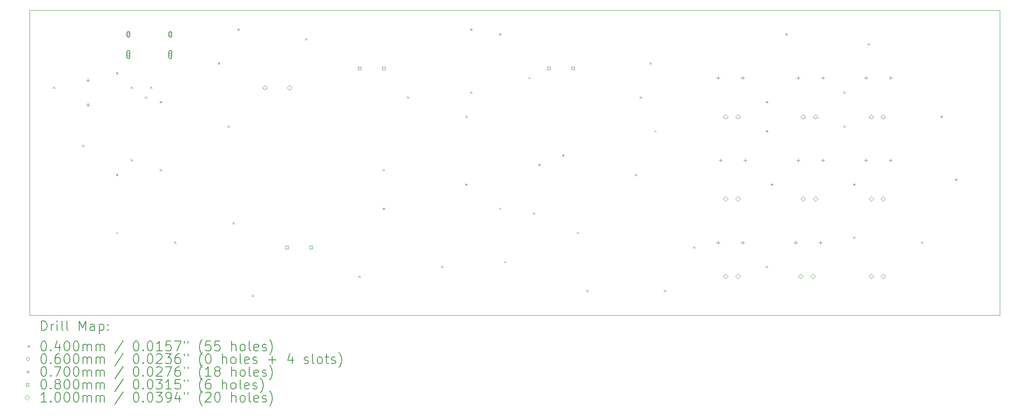
<source format=gbr>
%TF.GenerationSoftware,KiCad,Pcbnew,7.0.1*%
%TF.CreationDate,2023-08-04T20:18:21+09:00*%
%TF.ProjectId,FNF_Controller,464e465f-436f-46e7-9472-6f6c6c65722e,rev?*%
%TF.SameCoordinates,PX337f980PY7ed6b40*%
%TF.FileFunction,Drillmap*%
%TF.FilePolarity,Positive*%
%FSLAX45Y45*%
G04 Gerber Fmt 4.5, Leading zero omitted, Abs format (unit mm)*
G04 Created by KiCad (PCBNEW 7.0.1) date 2023-08-04 20:18:21*
%MOMM*%
%LPD*%
G01*
G04 APERTURE LIST*
%ADD10C,0.100000*%
%ADD11C,0.200000*%
%ADD12C,0.040000*%
%ADD13C,0.060000*%
%ADD14C,0.070000*%
%ADD15C,0.080000*%
G04 APERTURE END LIST*
D10*
X0Y6300000D02*
X20000000Y6300000D01*
X20000000Y0D01*
X0Y0D01*
X0Y6300000D01*
D11*
D12*
X480000Y4720000D02*
X520000Y4680000D01*
X520000Y4720000D02*
X480000Y4680000D01*
X1080000Y3520000D02*
X1120000Y3480000D01*
X1120000Y3520000D02*
X1080000Y3480000D01*
X1780000Y5020000D02*
X1820000Y4980000D01*
X1820000Y5020000D02*
X1780000Y4980000D01*
X1780000Y2920000D02*
X1820000Y2880000D01*
X1820000Y2920000D02*
X1780000Y2880000D01*
X1780000Y1720000D02*
X1820000Y1680000D01*
X1820000Y1720000D02*
X1780000Y1680000D01*
X2080000Y4720000D02*
X2120000Y4680000D01*
X2120000Y4720000D02*
X2080000Y4680000D01*
X2080000Y3220000D02*
X2120000Y3180000D01*
X2120000Y3220000D02*
X2080000Y3180000D01*
X2380000Y4520000D02*
X2420000Y4480000D01*
X2420000Y4520000D02*
X2380000Y4480000D01*
X2480000Y4720000D02*
X2520000Y4680000D01*
X2520000Y4720000D02*
X2480000Y4680000D01*
X2680000Y4420000D02*
X2720000Y4380000D01*
X2720000Y4420000D02*
X2680000Y4380000D01*
X2680000Y3020000D02*
X2720000Y2980000D01*
X2720000Y3020000D02*
X2680000Y2980000D01*
X2980000Y1520000D02*
X3020000Y1480000D01*
X3020000Y1520000D02*
X2980000Y1480000D01*
X3880000Y5220000D02*
X3920000Y5180000D01*
X3920000Y5220000D02*
X3880000Y5180000D01*
X4080000Y3920000D02*
X4120000Y3880000D01*
X4120000Y3920000D02*
X4080000Y3880000D01*
X4180000Y1920000D02*
X4220000Y1880000D01*
X4220000Y1920000D02*
X4180000Y1880000D01*
X4280000Y5920000D02*
X4320000Y5880000D01*
X4320000Y5920000D02*
X4280000Y5880000D01*
X4580000Y420000D02*
X4620000Y380000D01*
X4620000Y420000D02*
X4580000Y380000D01*
X5680000Y5720000D02*
X5720000Y5680000D01*
X5720000Y5720000D02*
X5680000Y5680000D01*
X6780000Y820000D02*
X6820000Y780000D01*
X6820000Y820000D02*
X6780000Y780000D01*
X7280000Y3020000D02*
X7320000Y2980000D01*
X7320000Y3020000D02*
X7280000Y2980000D01*
X7280000Y2220000D02*
X7320000Y2180000D01*
X7320000Y2220000D02*
X7280000Y2180000D01*
X7780000Y4520000D02*
X7820000Y4480000D01*
X7820000Y4520000D02*
X7780000Y4480000D01*
X8480000Y1020000D02*
X8520000Y980000D01*
X8520000Y1020000D02*
X8480000Y980000D01*
X8980000Y4120000D02*
X9020000Y4080000D01*
X9020000Y4120000D02*
X8980000Y4080000D01*
X8980000Y2720000D02*
X9020000Y2680000D01*
X9020000Y2720000D02*
X8980000Y2680000D01*
X9080000Y5920000D02*
X9120000Y5880000D01*
X9120000Y5920000D02*
X9080000Y5880000D01*
X9080000Y4620000D02*
X9120000Y4580000D01*
X9120000Y4620000D02*
X9080000Y4580000D01*
X9680000Y5820000D02*
X9720000Y5780000D01*
X9720000Y5820000D02*
X9680000Y5780000D01*
X9680000Y2220000D02*
X9720000Y2180000D01*
X9720000Y2220000D02*
X9680000Y2180000D01*
X9780000Y1120000D02*
X9820000Y1080000D01*
X9820000Y1120000D02*
X9780000Y1080000D01*
X10280000Y4920000D02*
X10320000Y4880000D01*
X10320000Y4920000D02*
X10280000Y4880000D01*
X10380000Y2120000D02*
X10420000Y2080000D01*
X10420000Y2120000D02*
X10380000Y2080000D01*
X10485000Y3125000D02*
X10525000Y3085000D01*
X10525000Y3125000D02*
X10485000Y3085000D01*
X10980000Y3320000D02*
X11020000Y3280000D01*
X11020000Y3320000D02*
X10980000Y3280000D01*
X11280000Y1720000D02*
X11320000Y1680000D01*
X11320000Y1720000D02*
X11280000Y1680000D01*
X11480000Y520000D02*
X11520000Y480000D01*
X11520000Y520000D02*
X11480000Y480000D01*
X12480000Y2920000D02*
X12520000Y2880000D01*
X12520000Y2920000D02*
X12480000Y2880000D01*
X12580000Y4520000D02*
X12620000Y4480000D01*
X12620000Y4520000D02*
X12580000Y4480000D01*
X12780000Y5220000D02*
X12820000Y5180000D01*
X12820000Y5220000D02*
X12780000Y5180000D01*
X12880000Y3820000D02*
X12920000Y3780000D01*
X12920000Y3820000D02*
X12880000Y3780000D01*
X13080000Y520000D02*
X13120000Y480000D01*
X13120000Y520000D02*
X13080000Y480000D01*
X13680000Y1420000D02*
X13720000Y1380000D01*
X13720000Y1420000D02*
X13680000Y1380000D01*
X15180000Y4420000D02*
X15220000Y4380000D01*
X15220000Y4420000D02*
X15180000Y4380000D01*
X15180000Y3820000D02*
X15220000Y3780000D01*
X15220000Y3820000D02*
X15180000Y3780000D01*
X15180000Y1020000D02*
X15220000Y980000D01*
X15220000Y1020000D02*
X15180000Y980000D01*
X15280000Y2720000D02*
X15320000Y2680000D01*
X15320000Y2720000D02*
X15280000Y2680000D01*
X15580000Y5820000D02*
X15620000Y5780000D01*
X15620000Y5820000D02*
X15580000Y5780000D01*
X16780000Y4620000D02*
X16820000Y4580000D01*
X16820000Y4620000D02*
X16780000Y4580000D01*
X16780000Y3920000D02*
X16820000Y3880000D01*
X16820000Y3920000D02*
X16780000Y3880000D01*
X16980000Y2720000D02*
X17020000Y2680000D01*
X17020000Y2720000D02*
X16980000Y2680000D01*
X16980000Y1620000D02*
X17020000Y1580000D01*
X17020000Y1620000D02*
X16980000Y1580000D01*
X17280000Y5620000D02*
X17320000Y5580000D01*
X17320000Y5620000D02*
X17280000Y5580000D01*
X18380000Y1520000D02*
X18420000Y1480000D01*
X18420000Y1520000D02*
X18380000Y1480000D01*
X18780000Y4120000D02*
X18820000Y4080000D01*
X18820000Y4120000D02*
X18780000Y4080000D01*
X19080000Y2820000D02*
X19120000Y2780000D01*
X19120000Y2820000D02*
X19080000Y2780000D01*
D13*
X2066000Y5800000D02*
G75*
G03*
X2066000Y5800000I-30000J0D01*
G01*
D11*
X2066000Y5770000D02*
X2066000Y5830000D01*
X2066000Y5830000D02*
G75*
G03*
X2006000Y5830000I-30000J0D01*
G01*
X2006000Y5830000D02*
X2006000Y5770000D01*
X2006000Y5770000D02*
G75*
G03*
X2066000Y5770000I30000J0D01*
G01*
D13*
X2066000Y5382000D02*
G75*
G03*
X2066000Y5382000I-30000J0D01*
G01*
D11*
X2066000Y5327000D02*
X2066000Y5437000D01*
X2066000Y5437000D02*
G75*
G03*
X2006000Y5437000I-30000J0D01*
G01*
X2006000Y5437000D02*
X2006000Y5327000D01*
X2006000Y5327000D02*
G75*
G03*
X2066000Y5327000I30000J0D01*
G01*
D13*
X2930000Y5800000D02*
G75*
G03*
X2930000Y5800000I-30000J0D01*
G01*
D11*
X2930000Y5770000D02*
X2930000Y5830000D01*
X2930000Y5830000D02*
G75*
G03*
X2870000Y5830000I-30000J0D01*
G01*
X2870000Y5830000D02*
X2870000Y5770000D01*
X2870000Y5770000D02*
G75*
G03*
X2930000Y5770000I30000J0D01*
G01*
D13*
X2930000Y5382000D02*
G75*
G03*
X2930000Y5382000I-30000J0D01*
G01*
D11*
X2930000Y5327000D02*
X2930000Y5437000D01*
X2930000Y5437000D02*
G75*
G03*
X2870000Y5437000I-30000J0D01*
G01*
X2870000Y5437000D02*
X2870000Y5327000D01*
X2870000Y5327000D02*
G75*
G03*
X2930000Y5327000I30000J0D01*
G01*
D14*
X1200000Y4889000D02*
X1200000Y4819000D01*
X1165000Y4854000D02*
X1235000Y4854000D01*
X1200000Y4381000D02*
X1200000Y4311000D01*
X1165000Y4346000D02*
X1235000Y4346000D01*
X14192000Y4935000D02*
X14192000Y4865000D01*
X14157000Y4900000D02*
X14227000Y4900000D01*
X14192000Y1535000D02*
X14192000Y1465000D01*
X14157000Y1500000D02*
X14227000Y1500000D01*
X14246000Y3235000D02*
X14246000Y3165000D01*
X14211000Y3200000D02*
X14281000Y3200000D01*
X14700000Y4935000D02*
X14700000Y4865000D01*
X14665000Y4900000D02*
X14735000Y4900000D01*
X14700000Y1535000D02*
X14700000Y1465000D01*
X14665000Y1500000D02*
X14735000Y1500000D01*
X14754000Y3235000D02*
X14754000Y3165000D01*
X14719000Y3200000D02*
X14789000Y3200000D01*
X15792000Y1535000D02*
X15792000Y1465000D01*
X15757000Y1500000D02*
X15827000Y1500000D01*
X15846000Y4935000D02*
X15846000Y4865000D01*
X15811000Y4900000D02*
X15881000Y4900000D01*
X15846000Y3235000D02*
X15846000Y3165000D01*
X15811000Y3200000D02*
X15881000Y3200000D01*
X16300000Y1535000D02*
X16300000Y1465000D01*
X16265000Y1500000D02*
X16335000Y1500000D01*
X16354000Y4935000D02*
X16354000Y4865000D01*
X16319000Y4900000D02*
X16389000Y4900000D01*
X16354000Y3235000D02*
X16354000Y3165000D01*
X16319000Y3200000D02*
X16389000Y3200000D01*
X17246000Y4935000D02*
X17246000Y4865000D01*
X17211000Y4900000D02*
X17281000Y4900000D01*
X17246000Y3235000D02*
X17246000Y3165000D01*
X17211000Y3200000D02*
X17281000Y3200000D01*
X17754000Y4935000D02*
X17754000Y4865000D01*
X17719000Y4900000D02*
X17789000Y4900000D01*
X17754000Y3235000D02*
X17754000Y3165000D01*
X17719000Y3200000D02*
X17789000Y3200000D01*
D15*
X5328285Y1371716D02*
X5328285Y1428284D01*
X5271716Y1428284D01*
X5271716Y1371716D01*
X5328285Y1371716D01*
X5828284Y1371716D02*
X5828284Y1428284D01*
X5771715Y1428284D01*
X5771715Y1371716D01*
X5828284Y1371716D01*
X6828284Y5071716D02*
X6828284Y5128285D01*
X6771715Y5128285D01*
X6771715Y5071716D01*
X6828284Y5071716D01*
X7328284Y5071716D02*
X7328284Y5128285D01*
X7271715Y5128285D01*
X7271715Y5071716D01*
X7328284Y5071716D01*
X10728285Y5071716D02*
X10728285Y5128285D01*
X10671716Y5128285D01*
X10671716Y5071716D01*
X10728285Y5071716D01*
X11228284Y5071716D02*
X11228284Y5128285D01*
X11171716Y5128285D01*
X11171716Y5071716D01*
X11228284Y5071716D01*
D10*
X4846000Y4651000D02*
X4896000Y4701000D01*
X4846000Y4751000D01*
X4796000Y4701000D01*
X4846000Y4651000D01*
X5354000Y4650000D02*
X5404000Y4700000D01*
X5354000Y4750000D01*
X5304000Y4700000D01*
X5354000Y4650000D01*
X14350000Y4050000D02*
X14400000Y4100000D01*
X14350000Y4150000D01*
X14300000Y4100000D01*
X14350000Y4050000D01*
X14350000Y2350000D02*
X14400000Y2400000D01*
X14350000Y2450000D01*
X14300000Y2400000D01*
X14350000Y2350000D01*
X14350000Y750000D02*
X14400000Y800000D01*
X14350000Y850000D01*
X14300000Y800000D01*
X14350000Y750000D01*
X14600000Y4050000D02*
X14650000Y4100000D01*
X14600000Y4150000D01*
X14550000Y4100000D01*
X14600000Y4050000D01*
X14600000Y2350000D02*
X14650000Y2400000D01*
X14600000Y2450000D01*
X14550000Y2400000D01*
X14600000Y2350000D01*
X14600000Y750000D02*
X14650000Y800000D01*
X14600000Y850000D01*
X14550000Y800000D01*
X14600000Y750000D01*
X15900000Y750000D02*
X15950000Y800000D01*
X15900000Y850000D01*
X15850000Y800000D01*
X15900000Y750000D01*
X15950000Y4050000D02*
X16000000Y4100000D01*
X15950000Y4150000D01*
X15900000Y4100000D01*
X15950000Y4050000D01*
X15950000Y2350000D02*
X16000000Y2400000D01*
X15950000Y2450000D01*
X15900000Y2400000D01*
X15950000Y2350000D01*
X16150000Y750000D02*
X16200000Y800000D01*
X16150000Y850000D01*
X16100000Y800000D01*
X16150000Y750000D01*
X16200000Y4050000D02*
X16250000Y4100000D01*
X16200000Y4150000D01*
X16150000Y4100000D01*
X16200000Y4050000D01*
X16200000Y2350000D02*
X16250000Y2400000D01*
X16200000Y2450000D01*
X16150000Y2400000D01*
X16200000Y2350000D01*
X17350000Y4050000D02*
X17400000Y4100000D01*
X17350000Y4150000D01*
X17300000Y4100000D01*
X17350000Y4050000D01*
X17350000Y2350000D02*
X17400000Y2400000D01*
X17350000Y2450000D01*
X17300000Y2400000D01*
X17350000Y2350000D01*
X17350000Y750000D02*
X17400000Y800000D01*
X17350000Y850000D01*
X17300000Y800000D01*
X17350000Y750000D01*
X17600000Y4050000D02*
X17650000Y4100000D01*
X17600000Y4150000D01*
X17550000Y4100000D01*
X17600000Y4050000D01*
X17600000Y2350000D02*
X17650000Y2400000D01*
X17600000Y2450000D01*
X17550000Y2400000D01*
X17600000Y2350000D01*
X17600000Y750000D02*
X17650000Y800000D01*
X17600000Y850000D01*
X17550000Y800000D01*
X17600000Y750000D01*
D11*
X242619Y-317524D02*
X242619Y-117524D01*
X242619Y-117524D02*
X290238Y-117524D01*
X290238Y-117524D02*
X318810Y-127048D01*
X318810Y-127048D02*
X337857Y-146095D01*
X337857Y-146095D02*
X347381Y-165143D01*
X347381Y-165143D02*
X356905Y-203238D01*
X356905Y-203238D02*
X356905Y-231809D01*
X356905Y-231809D02*
X347381Y-269905D01*
X347381Y-269905D02*
X337857Y-288952D01*
X337857Y-288952D02*
X318810Y-308000D01*
X318810Y-308000D02*
X290238Y-317524D01*
X290238Y-317524D02*
X242619Y-317524D01*
X442619Y-317524D02*
X442619Y-184190D01*
X442619Y-222286D02*
X452143Y-203238D01*
X452143Y-203238D02*
X461667Y-193714D01*
X461667Y-193714D02*
X480714Y-184190D01*
X480714Y-184190D02*
X499762Y-184190D01*
X566429Y-317524D02*
X566429Y-184190D01*
X566429Y-117524D02*
X556905Y-127048D01*
X556905Y-127048D02*
X566429Y-136571D01*
X566429Y-136571D02*
X575952Y-127048D01*
X575952Y-127048D02*
X566429Y-117524D01*
X566429Y-117524D02*
X566429Y-136571D01*
X690238Y-317524D02*
X671190Y-308000D01*
X671190Y-308000D02*
X661667Y-288952D01*
X661667Y-288952D02*
X661667Y-117524D01*
X795000Y-317524D02*
X775952Y-308000D01*
X775952Y-308000D02*
X766428Y-288952D01*
X766428Y-288952D02*
X766428Y-117524D01*
X1023571Y-317524D02*
X1023571Y-117524D01*
X1023571Y-117524D02*
X1090238Y-260381D01*
X1090238Y-260381D02*
X1156905Y-117524D01*
X1156905Y-117524D02*
X1156905Y-317524D01*
X1337857Y-317524D02*
X1337857Y-212762D01*
X1337857Y-212762D02*
X1328333Y-193714D01*
X1328333Y-193714D02*
X1309286Y-184190D01*
X1309286Y-184190D02*
X1271190Y-184190D01*
X1271190Y-184190D02*
X1252143Y-193714D01*
X1337857Y-308000D02*
X1318810Y-317524D01*
X1318810Y-317524D02*
X1271190Y-317524D01*
X1271190Y-317524D02*
X1252143Y-308000D01*
X1252143Y-308000D02*
X1242619Y-288952D01*
X1242619Y-288952D02*
X1242619Y-269905D01*
X1242619Y-269905D02*
X1252143Y-250857D01*
X1252143Y-250857D02*
X1271190Y-241333D01*
X1271190Y-241333D02*
X1318810Y-241333D01*
X1318810Y-241333D02*
X1337857Y-231809D01*
X1433095Y-184190D02*
X1433095Y-384190D01*
X1433095Y-193714D02*
X1452143Y-184190D01*
X1452143Y-184190D02*
X1490238Y-184190D01*
X1490238Y-184190D02*
X1509286Y-193714D01*
X1509286Y-193714D02*
X1518809Y-203238D01*
X1518809Y-203238D02*
X1528333Y-222286D01*
X1528333Y-222286D02*
X1528333Y-279429D01*
X1528333Y-279429D02*
X1518809Y-298476D01*
X1518809Y-298476D02*
X1509286Y-308000D01*
X1509286Y-308000D02*
X1490238Y-317524D01*
X1490238Y-317524D02*
X1452143Y-317524D01*
X1452143Y-317524D02*
X1433095Y-308000D01*
X1614048Y-298476D02*
X1623571Y-308000D01*
X1623571Y-308000D02*
X1614048Y-317524D01*
X1614048Y-317524D02*
X1604524Y-308000D01*
X1604524Y-308000D02*
X1614048Y-298476D01*
X1614048Y-298476D02*
X1614048Y-317524D01*
X1614048Y-193714D02*
X1623571Y-203238D01*
X1623571Y-203238D02*
X1614048Y-212762D01*
X1614048Y-212762D02*
X1604524Y-203238D01*
X1604524Y-203238D02*
X1614048Y-193714D01*
X1614048Y-193714D02*
X1614048Y-212762D01*
D12*
X-45000Y-625000D02*
X-5000Y-665000D01*
X-5000Y-625000D02*
X-45000Y-665000D01*
D11*
X280714Y-537524D02*
X299762Y-537524D01*
X299762Y-537524D02*
X318810Y-547048D01*
X318810Y-547048D02*
X328333Y-556571D01*
X328333Y-556571D02*
X337857Y-575619D01*
X337857Y-575619D02*
X347381Y-613714D01*
X347381Y-613714D02*
X347381Y-661333D01*
X347381Y-661333D02*
X337857Y-699428D01*
X337857Y-699428D02*
X328333Y-718476D01*
X328333Y-718476D02*
X318810Y-728000D01*
X318810Y-728000D02*
X299762Y-737524D01*
X299762Y-737524D02*
X280714Y-737524D01*
X280714Y-737524D02*
X261667Y-728000D01*
X261667Y-728000D02*
X252143Y-718476D01*
X252143Y-718476D02*
X242619Y-699428D01*
X242619Y-699428D02*
X233095Y-661333D01*
X233095Y-661333D02*
X233095Y-613714D01*
X233095Y-613714D02*
X242619Y-575619D01*
X242619Y-575619D02*
X252143Y-556571D01*
X252143Y-556571D02*
X261667Y-547048D01*
X261667Y-547048D02*
X280714Y-537524D01*
X433095Y-718476D02*
X442619Y-728000D01*
X442619Y-728000D02*
X433095Y-737524D01*
X433095Y-737524D02*
X423571Y-728000D01*
X423571Y-728000D02*
X433095Y-718476D01*
X433095Y-718476D02*
X433095Y-737524D01*
X614048Y-604190D02*
X614048Y-737524D01*
X566429Y-528000D02*
X518809Y-670857D01*
X518809Y-670857D02*
X642619Y-670857D01*
X756905Y-537524D02*
X775952Y-537524D01*
X775952Y-537524D02*
X795000Y-547048D01*
X795000Y-547048D02*
X804524Y-556571D01*
X804524Y-556571D02*
X814048Y-575619D01*
X814048Y-575619D02*
X823571Y-613714D01*
X823571Y-613714D02*
X823571Y-661333D01*
X823571Y-661333D02*
X814048Y-699428D01*
X814048Y-699428D02*
X804524Y-718476D01*
X804524Y-718476D02*
X795000Y-728000D01*
X795000Y-728000D02*
X775952Y-737524D01*
X775952Y-737524D02*
X756905Y-737524D01*
X756905Y-737524D02*
X737857Y-728000D01*
X737857Y-728000D02*
X728333Y-718476D01*
X728333Y-718476D02*
X718809Y-699428D01*
X718809Y-699428D02*
X709286Y-661333D01*
X709286Y-661333D02*
X709286Y-613714D01*
X709286Y-613714D02*
X718809Y-575619D01*
X718809Y-575619D02*
X728333Y-556571D01*
X728333Y-556571D02*
X737857Y-547048D01*
X737857Y-547048D02*
X756905Y-537524D01*
X947381Y-537524D02*
X966429Y-537524D01*
X966429Y-537524D02*
X985476Y-547048D01*
X985476Y-547048D02*
X995000Y-556571D01*
X995000Y-556571D02*
X1004524Y-575619D01*
X1004524Y-575619D02*
X1014048Y-613714D01*
X1014048Y-613714D02*
X1014048Y-661333D01*
X1014048Y-661333D02*
X1004524Y-699428D01*
X1004524Y-699428D02*
X995000Y-718476D01*
X995000Y-718476D02*
X985476Y-728000D01*
X985476Y-728000D02*
X966429Y-737524D01*
X966429Y-737524D02*
X947381Y-737524D01*
X947381Y-737524D02*
X928333Y-728000D01*
X928333Y-728000D02*
X918809Y-718476D01*
X918809Y-718476D02*
X909286Y-699428D01*
X909286Y-699428D02*
X899762Y-661333D01*
X899762Y-661333D02*
X899762Y-613714D01*
X899762Y-613714D02*
X909286Y-575619D01*
X909286Y-575619D02*
X918809Y-556571D01*
X918809Y-556571D02*
X928333Y-547048D01*
X928333Y-547048D02*
X947381Y-537524D01*
X1099762Y-737524D02*
X1099762Y-604190D01*
X1099762Y-623238D02*
X1109286Y-613714D01*
X1109286Y-613714D02*
X1128333Y-604190D01*
X1128333Y-604190D02*
X1156905Y-604190D01*
X1156905Y-604190D02*
X1175952Y-613714D01*
X1175952Y-613714D02*
X1185476Y-632762D01*
X1185476Y-632762D02*
X1185476Y-737524D01*
X1185476Y-632762D02*
X1195000Y-613714D01*
X1195000Y-613714D02*
X1214048Y-604190D01*
X1214048Y-604190D02*
X1242619Y-604190D01*
X1242619Y-604190D02*
X1261667Y-613714D01*
X1261667Y-613714D02*
X1271191Y-632762D01*
X1271191Y-632762D02*
X1271191Y-737524D01*
X1366429Y-737524D02*
X1366429Y-604190D01*
X1366429Y-623238D02*
X1375952Y-613714D01*
X1375952Y-613714D02*
X1395000Y-604190D01*
X1395000Y-604190D02*
X1423571Y-604190D01*
X1423571Y-604190D02*
X1442619Y-613714D01*
X1442619Y-613714D02*
X1452143Y-632762D01*
X1452143Y-632762D02*
X1452143Y-737524D01*
X1452143Y-632762D02*
X1461667Y-613714D01*
X1461667Y-613714D02*
X1480714Y-604190D01*
X1480714Y-604190D02*
X1509286Y-604190D01*
X1509286Y-604190D02*
X1528333Y-613714D01*
X1528333Y-613714D02*
X1537857Y-632762D01*
X1537857Y-632762D02*
X1537857Y-737524D01*
X1928333Y-528000D02*
X1756905Y-785143D01*
X2185476Y-537524D02*
X2204524Y-537524D01*
X2204524Y-537524D02*
X2223572Y-547048D01*
X2223572Y-547048D02*
X2233095Y-556571D01*
X2233095Y-556571D02*
X2242619Y-575619D01*
X2242619Y-575619D02*
X2252143Y-613714D01*
X2252143Y-613714D02*
X2252143Y-661333D01*
X2252143Y-661333D02*
X2242619Y-699428D01*
X2242619Y-699428D02*
X2233095Y-718476D01*
X2233095Y-718476D02*
X2223572Y-728000D01*
X2223572Y-728000D02*
X2204524Y-737524D01*
X2204524Y-737524D02*
X2185476Y-737524D01*
X2185476Y-737524D02*
X2166429Y-728000D01*
X2166429Y-728000D02*
X2156905Y-718476D01*
X2156905Y-718476D02*
X2147381Y-699428D01*
X2147381Y-699428D02*
X2137857Y-661333D01*
X2137857Y-661333D02*
X2137857Y-613714D01*
X2137857Y-613714D02*
X2147381Y-575619D01*
X2147381Y-575619D02*
X2156905Y-556571D01*
X2156905Y-556571D02*
X2166429Y-547048D01*
X2166429Y-547048D02*
X2185476Y-537524D01*
X2337857Y-718476D02*
X2347381Y-728000D01*
X2347381Y-728000D02*
X2337857Y-737524D01*
X2337857Y-737524D02*
X2328334Y-728000D01*
X2328334Y-728000D02*
X2337857Y-718476D01*
X2337857Y-718476D02*
X2337857Y-737524D01*
X2471191Y-537524D02*
X2490238Y-537524D01*
X2490238Y-537524D02*
X2509286Y-547048D01*
X2509286Y-547048D02*
X2518810Y-556571D01*
X2518810Y-556571D02*
X2528334Y-575619D01*
X2528334Y-575619D02*
X2537857Y-613714D01*
X2537857Y-613714D02*
X2537857Y-661333D01*
X2537857Y-661333D02*
X2528334Y-699428D01*
X2528334Y-699428D02*
X2518810Y-718476D01*
X2518810Y-718476D02*
X2509286Y-728000D01*
X2509286Y-728000D02*
X2490238Y-737524D01*
X2490238Y-737524D02*
X2471191Y-737524D01*
X2471191Y-737524D02*
X2452143Y-728000D01*
X2452143Y-728000D02*
X2442619Y-718476D01*
X2442619Y-718476D02*
X2433095Y-699428D01*
X2433095Y-699428D02*
X2423572Y-661333D01*
X2423572Y-661333D02*
X2423572Y-613714D01*
X2423572Y-613714D02*
X2433095Y-575619D01*
X2433095Y-575619D02*
X2442619Y-556571D01*
X2442619Y-556571D02*
X2452143Y-547048D01*
X2452143Y-547048D02*
X2471191Y-537524D01*
X2728334Y-737524D02*
X2614048Y-737524D01*
X2671191Y-737524D02*
X2671191Y-537524D01*
X2671191Y-537524D02*
X2652143Y-566095D01*
X2652143Y-566095D02*
X2633095Y-585143D01*
X2633095Y-585143D02*
X2614048Y-594667D01*
X2909286Y-537524D02*
X2814048Y-537524D01*
X2814048Y-537524D02*
X2804524Y-632762D01*
X2804524Y-632762D02*
X2814048Y-623238D01*
X2814048Y-623238D02*
X2833095Y-613714D01*
X2833095Y-613714D02*
X2880714Y-613714D01*
X2880714Y-613714D02*
X2899762Y-623238D01*
X2899762Y-623238D02*
X2909286Y-632762D01*
X2909286Y-632762D02*
X2918810Y-651810D01*
X2918810Y-651810D02*
X2918810Y-699428D01*
X2918810Y-699428D02*
X2909286Y-718476D01*
X2909286Y-718476D02*
X2899762Y-728000D01*
X2899762Y-728000D02*
X2880714Y-737524D01*
X2880714Y-737524D02*
X2833095Y-737524D01*
X2833095Y-737524D02*
X2814048Y-728000D01*
X2814048Y-728000D02*
X2804524Y-718476D01*
X2985476Y-537524D02*
X3118810Y-537524D01*
X3118810Y-537524D02*
X3033095Y-737524D01*
X3185476Y-537524D02*
X3185476Y-575619D01*
X3261667Y-537524D02*
X3261667Y-575619D01*
X3556905Y-813714D02*
X3547381Y-804190D01*
X3547381Y-804190D02*
X3528334Y-775619D01*
X3528334Y-775619D02*
X3518810Y-756571D01*
X3518810Y-756571D02*
X3509286Y-728000D01*
X3509286Y-728000D02*
X3499762Y-680381D01*
X3499762Y-680381D02*
X3499762Y-642286D01*
X3499762Y-642286D02*
X3509286Y-594667D01*
X3509286Y-594667D02*
X3518810Y-566095D01*
X3518810Y-566095D02*
X3528334Y-547048D01*
X3528334Y-547048D02*
X3547381Y-518476D01*
X3547381Y-518476D02*
X3556905Y-508952D01*
X3728334Y-537524D02*
X3633095Y-537524D01*
X3633095Y-537524D02*
X3623572Y-632762D01*
X3623572Y-632762D02*
X3633095Y-623238D01*
X3633095Y-623238D02*
X3652143Y-613714D01*
X3652143Y-613714D02*
X3699762Y-613714D01*
X3699762Y-613714D02*
X3718810Y-623238D01*
X3718810Y-623238D02*
X3728334Y-632762D01*
X3728334Y-632762D02*
X3737857Y-651810D01*
X3737857Y-651810D02*
X3737857Y-699428D01*
X3737857Y-699428D02*
X3728334Y-718476D01*
X3728334Y-718476D02*
X3718810Y-728000D01*
X3718810Y-728000D02*
X3699762Y-737524D01*
X3699762Y-737524D02*
X3652143Y-737524D01*
X3652143Y-737524D02*
X3633095Y-728000D01*
X3633095Y-728000D02*
X3623572Y-718476D01*
X3918810Y-537524D02*
X3823572Y-537524D01*
X3823572Y-537524D02*
X3814048Y-632762D01*
X3814048Y-632762D02*
X3823572Y-623238D01*
X3823572Y-623238D02*
X3842619Y-613714D01*
X3842619Y-613714D02*
X3890238Y-613714D01*
X3890238Y-613714D02*
X3909286Y-623238D01*
X3909286Y-623238D02*
X3918810Y-632762D01*
X3918810Y-632762D02*
X3928334Y-651810D01*
X3928334Y-651810D02*
X3928334Y-699428D01*
X3928334Y-699428D02*
X3918810Y-718476D01*
X3918810Y-718476D02*
X3909286Y-728000D01*
X3909286Y-728000D02*
X3890238Y-737524D01*
X3890238Y-737524D02*
X3842619Y-737524D01*
X3842619Y-737524D02*
X3823572Y-728000D01*
X3823572Y-728000D02*
X3814048Y-718476D01*
X4166429Y-737524D02*
X4166429Y-537524D01*
X4252143Y-737524D02*
X4252143Y-632762D01*
X4252143Y-632762D02*
X4242619Y-613714D01*
X4242619Y-613714D02*
X4223572Y-604190D01*
X4223572Y-604190D02*
X4195000Y-604190D01*
X4195000Y-604190D02*
X4175953Y-613714D01*
X4175953Y-613714D02*
X4166429Y-623238D01*
X4375953Y-737524D02*
X4356905Y-728000D01*
X4356905Y-728000D02*
X4347381Y-718476D01*
X4347381Y-718476D02*
X4337858Y-699428D01*
X4337858Y-699428D02*
X4337858Y-642286D01*
X4337858Y-642286D02*
X4347381Y-623238D01*
X4347381Y-623238D02*
X4356905Y-613714D01*
X4356905Y-613714D02*
X4375953Y-604190D01*
X4375953Y-604190D02*
X4404524Y-604190D01*
X4404524Y-604190D02*
X4423572Y-613714D01*
X4423572Y-613714D02*
X4433096Y-623238D01*
X4433096Y-623238D02*
X4442619Y-642286D01*
X4442619Y-642286D02*
X4442619Y-699428D01*
X4442619Y-699428D02*
X4433096Y-718476D01*
X4433096Y-718476D02*
X4423572Y-728000D01*
X4423572Y-728000D02*
X4404524Y-737524D01*
X4404524Y-737524D02*
X4375953Y-737524D01*
X4556905Y-737524D02*
X4537858Y-728000D01*
X4537858Y-728000D02*
X4528334Y-708952D01*
X4528334Y-708952D02*
X4528334Y-537524D01*
X4709286Y-728000D02*
X4690239Y-737524D01*
X4690239Y-737524D02*
X4652143Y-737524D01*
X4652143Y-737524D02*
X4633096Y-728000D01*
X4633096Y-728000D02*
X4623572Y-708952D01*
X4623572Y-708952D02*
X4623572Y-632762D01*
X4623572Y-632762D02*
X4633096Y-613714D01*
X4633096Y-613714D02*
X4652143Y-604190D01*
X4652143Y-604190D02*
X4690239Y-604190D01*
X4690239Y-604190D02*
X4709286Y-613714D01*
X4709286Y-613714D02*
X4718810Y-632762D01*
X4718810Y-632762D02*
X4718810Y-651810D01*
X4718810Y-651810D02*
X4623572Y-670857D01*
X4795000Y-728000D02*
X4814048Y-737524D01*
X4814048Y-737524D02*
X4852143Y-737524D01*
X4852143Y-737524D02*
X4871191Y-728000D01*
X4871191Y-728000D02*
X4880715Y-708952D01*
X4880715Y-708952D02*
X4880715Y-699428D01*
X4880715Y-699428D02*
X4871191Y-680381D01*
X4871191Y-680381D02*
X4852143Y-670857D01*
X4852143Y-670857D02*
X4823572Y-670857D01*
X4823572Y-670857D02*
X4804524Y-661333D01*
X4804524Y-661333D02*
X4795000Y-642286D01*
X4795000Y-642286D02*
X4795000Y-632762D01*
X4795000Y-632762D02*
X4804524Y-613714D01*
X4804524Y-613714D02*
X4823572Y-604190D01*
X4823572Y-604190D02*
X4852143Y-604190D01*
X4852143Y-604190D02*
X4871191Y-613714D01*
X4947381Y-813714D02*
X4956905Y-804190D01*
X4956905Y-804190D02*
X4975953Y-775619D01*
X4975953Y-775619D02*
X4985477Y-756571D01*
X4985477Y-756571D02*
X4995000Y-728000D01*
X4995000Y-728000D02*
X5004524Y-680381D01*
X5004524Y-680381D02*
X5004524Y-642286D01*
X5004524Y-642286D02*
X4995000Y-594667D01*
X4995000Y-594667D02*
X4985477Y-566095D01*
X4985477Y-566095D02*
X4975953Y-547048D01*
X4975953Y-547048D02*
X4956905Y-518476D01*
X4956905Y-518476D02*
X4947381Y-508952D01*
D13*
X-5000Y-909000D02*
G75*
G03*
X-5000Y-909000I-30000J0D01*
G01*
D11*
X280714Y-801524D02*
X299762Y-801524D01*
X299762Y-801524D02*
X318810Y-811048D01*
X318810Y-811048D02*
X328333Y-820571D01*
X328333Y-820571D02*
X337857Y-839619D01*
X337857Y-839619D02*
X347381Y-877714D01*
X347381Y-877714D02*
X347381Y-925333D01*
X347381Y-925333D02*
X337857Y-963428D01*
X337857Y-963428D02*
X328333Y-982476D01*
X328333Y-982476D02*
X318810Y-992000D01*
X318810Y-992000D02*
X299762Y-1001524D01*
X299762Y-1001524D02*
X280714Y-1001524D01*
X280714Y-1001524D02*
X261667Y-992000D01*
X261667Y-992000D02*
X252143Y-982476D01*
X252143Y-982476D02*
X242619Y-963428D01*
X242619Y-963428D02*
X233095Y-925333D01*
X233095Y-925333D02*
X233095Y-877714D01*
X233095Y-877714D02*
X242619Y-839619D01*
X242619Y-839619D02*
X252143Y-820571D01*
X252143Y-820571D02*
X261667Y-811048D01*
X261667Y-811048D02*
X280714Y-801524D01*
X433095Y-982476D02*
X442619Y-992000D01*
X442619Y-992000D02*
X433095Y-1001524D01*
X433095Y-1001524D02*
X423571Y-992000D01*
X423571Y-992000D02*
X433095Y-982476D01*
X433095Y-982476D02*
X433095Y-1001524D01*
X614048Y-801524D02*
X575952Y-801524D01*
X575952Y-801524D02*
X556905Y-811048D01*
X556905Y-811048D02*
X547381Y-820571D01*
X547381Y-820571D02*
X528333Y-849143D01*
X528333Y-849143D02*
X518809Y-887238D01*
X518809Y-887238D02*
X518809Y-963428D01*
X518809Y-963428D02*
X528333Y-982476D01*
X528333Y-982476D02*
X537857Y-992000D01*
X537857Y-992000D02*
X556905Y-1001524D01*
X556905Y-1001524D02*
X595000Y-1001524D01*
X595000Y-1001524D02*
X614048Y-992000D01*
X614048Y-992000D02*
X623571Y-982476D01*
X623571Y-982476D02*
X633095Y-963428D01*
X633095Y-963428D02*
X633095Y-915809D01*
X633095Y-915809D02*
X623571Y-896762D01*
X623571Y-896762D02*
X614048Y-887238D01*
X614048Y-887238D02*
X595000Y-877714D01*
X595000Y-877714D02*
X556905Y-877714D01*
X556905Y-877714D02*
X537857Y-887238D01*
X537857Y-887238D02*
X528333Y-896762D01*
X528333Y-896762D02*
X518809Y-915809D01*
X756905Y-801524D02*
X775952Y-801524D01*
X775952Y-801524D02*
X795000Y-811048D01*
X795000Y-811048D02*
X804524Y-820571D01*
X804524Y-820571D02*
X814048Y-839619D01*
X814048Y-839619D02*
X823571Y-877714D01*
X823571Y-877714D02*
X823571Y-925333D01*
X823571Y-925333D02*
X814048Y-963428D01*
X814048Y-963428D02*
X804524Y-982476D01*
X804524Y-982476D02*
X795000Y-992000D01*
X795000Y-992000D02*
X775952Y-1001524D01*
X775952Y-1001524D02*
X756905Y-1001524D01*
X756905Y-1001524D02*
X737857Y-992000D01*
X737857Y-992000D02*
X728333Y-982476D01*
X728333Y-982476D02*
X718809Y-963428D01*
X718809Y-963428D02*
X709286Y-925333D01*
X709286Y-925333D02*
X709286Y-877714D01*
X709286Y-877714D02*
X718809Y-839619D01*
X718809Y-839619D02*
X728333Y-820571D01*
X728333Y-820571D02*
X737857Y-811048D01*
X737857Y-811048D02*
X756905Y-801524D01*
X947381Y-801524D02*
X966429Y-801524D01*
X966429Y-801524D02*
X985476Y-811048D01*
X985476Y-811048D02*
X995000Y-820571D01*
X995000Y-820571D02*
X1004524Y-839619D01*
X1004524Y-839619D02*
X1014048Y-877714D01*
X1014048Y-877714D02*
X1014048Y-925333D01*
X1014048Y-925333D02*
X1004524Y-963428D01*
X1004524Y-963428D02*
X995000Y-982476D01*
X995000Y-982476D02*
X985476Y-992000D01*
X985476Y-992000D02*
X966429Y-1001524D01*
X966429Y-1001524D02*
X947381Y-1001524D01*
X947381Y-1001524D02*
X928333Y-992000D01*
X928333Y-992000D02*
X918809Y-982476D01*
X918809Y-982476D02*
X909286Y-963428D01*
X909286Y-963428D02*
X899762Y-925333D01*
X899762Y-925333D02*
X899762Y-877714D01*
X899762Y-877714D02*
X909286Y-839619D01*
X909286Y-839619D02*
X918809Y-820571D01*
X918809Y-820571D02*
X928333Y-811048D01*
X928333Y-811048D02*
X947381Y-801524D01*
X1099762Y-1001524D02*
X1099762Y-868190D01*
X1099762Y-887238D02*
X1109286Y-877714D01*
X1109286Y-877714D02*
X1128333Y-868190D01*
X1128333Y-868190D02*
X1156905Y-868190D01*
X1156905Y-868190D02*
X1175952Y-877714D01*
X1175952Y-877714D02*
X1185476Y-896762D01*
X1185476Y-896762D02*
X1185476Y-1001524D01*
X1185476Y-896762D02*
X1195000Y-877714D01*
X1195000Y-877714D02*
X1214048Y-868190D01*
X1214048Y-868190D02*
X1242619Y-868190D01*
X1242619Y-868190D02*
X1261667Y-877714D01*
X1261667Y-877714D02*
X1271191Y-896762D01*
X1271191Y-896762D02*
X1271191Y-1001524D01*
X1366429Y-1001524D02*
X1366429Y-868190D01*
X1366429Y-887238D02*
X1375952Y-877714D01*
X1375952Y-877714D02*
X1395000Y-868190D01*
X1395000Y-868190D02*
X1423571Y-868190D01*
X1423571Y-868190D02*
X1442619Y-877714D01*
X1442619Y-877714D02*
X1452143Y-896762D01*
X1452143Y-896762D02*
X1452143Y-1001524D01*
X1452143Y-896762D02*
X1461667Y-877714D01*
X1461667Y-877714D02*
X1480714Y-868190D01*
X1480714Y-868190D02*
X1509286Y-868190D01*
X1509286Y-868190D02*
X1528333Y-877714D01*
X1528333Y-877714D02*
X1537857Y-896762D01*
X1537857Y-896762D02*
X1537857Y-1001524D01*
X1928333Y-792000D02*
X1756905Y-1049143D01*
X2185476Y-801524D02*
X2204524Y-801524D01*
X2204524Y-801524D02*
X2223572Y-811048D01*
X2223572Y-811048D02*
X2233095Y-820571D01*
X2233095Y-820571D02*
X2242619Y-839619D01*
X2242619Y-839619D02*
X2252143Y-877714D01*
X2252143Y-877714D02*
X2252143Y-925333D01*
X2252143Y-925333D02*
X2242619Y-963428D01*
X2242619Y-963428D02*
X2233095Y-982476D01*
X2233095Y-982476D02*
X2223572Y-992000D01*
X2223572Y-992000D02*
X2204524Y-1001524D01*
X2204524Y-1001524D02*
X2185476Y-1001524D01*
X2185476Y-1001524D02*
X2166429Y-992000D01*
X2166429Y-992000D02*
X2156905Y-982476D01*
X2156905Y-982476D02*
X2147381Y-963428D01*
X2147381Y-963428D02*
X2137857Y-925333D01*
X2137857Y-925333D02*
X2137857Y-877714D01*
X2137857Y-877714D02*
X2147381Y-839619D01*
X2147381Y-839619D02*
X2156905Y-820571D01*
X2156905Y-820571D02*
X2166429Y-811048D01*
X2166429Y-811048D02*
X2185476Y-801524D01*
X2337857Y-982476D02*
X2347381Y-992000D01*
X2347381Y-992000D02*
X2337857Y-1001524D01*
X2337857Y-1001524D02*
X2328334Y-992000D01*
X2328334Y-992000D02*
X2337857Y-982476D01*
X2337857Y-982476D02*
X2337857Y-1001524D01*
X2471191Y-801524D02*
X2490238Y-801524D01*
X2490238Y-801524D02*
X2509286Y-811048D01*
X2509286Y-811048D02*
X2518810Y-820571D01*
X2518810Y-820571D02*
X2528334Y-839619D01*
X2528334Y-839619D02*
X2537857Y-877714D01*
X2537857Y-877714D02*
X2537857Y-925333D01*
X2537857Y-925333D02*
X2528334Y-963428D01*
X2528334Y-963428D02*
X2518810Y-982476D01*
X2518810Y-982476D02*
X2509286Y-992000D01*
X2509286Y-992000D02*
X2490238Y-1001524D01*
X2490238Y-1001524D02*
X2471191Y-1001524D01*
X2471191Y-1001524D02*
X2452143Y-992000D01*
X2452143Y-992000D02*
X2442619Y-982476D01*
X2442619Y-982476D02*
X2433095Y-963428D01*
X2433095Y-963428D02*
X2423572Y-925333D01*
X2423572Y-925333D02*
X2423572Y-877714D01*
X2423572Y-877714D02*
X2433095Y-839619D01*
X2433095Y-839619D02*
X2442619Y-820571D01*
X2442619Y-820571D02*
X2452143Y-811048D01*
X2452143Y-811048D02*
X2471191Y-801524D01*
X2614048Y-820571D02*
X2623572Y-811048D01*
X2623572Y-811048D02*
X2642619Y-801524D01*
X2642619Y-801524D02*
X2690238Y-801524D01*
X2690238Y-801524D02*
X2709286Y-811048D01*
X2709286Y-811048D02*
X2718810Y-820571D01*
X2718810Y-820571D02*
X2728334Y-839619D01*
X2728334Y-839619D02*
X2728334Y-858667D01*
X2728334Y-858667D02*
X2718810Y-887238D01*
X2718810Y-887238D02*
X2604524Y-1001524D01*
X2604524Y-1001524D02*
X2728334Y-1001524D01*
X2795000Y-801524D02*
X2918810Y-801524D01*
X2918810Y-801524D02*
X2852143Y-877714D01*
X2852143Y-877714D02*
X2880714Y-877714D01*
X2880714Y-877714D02*
X2899762Y-887238D01*
X2899762Y-887238D02*
X2909286Y-896762D01*
X2909286Y-896762D02*
X2918810Y-915809D01*
X2918810Y-915809D02*
X2918810Y-963428D01*
X2918810Y-963428D02*
X2909286Y-982476D01*
X2909286Y-982476D02*
X2899762Y-992000D01*
X2899762Y-992000D02*
X2880714Y-1001524D01*
X2880714Y-1001524D02*
X2823572Y-1001524D01*
X2823572Y-1001524D02*
X2804524Y-992000D01*
X2804524Y-992000D02*
X2795000Y-982476D01*
X3090238Y-801524D02*
X3052143Y-801524D01*
X3052143Y-801524D02*
X3033095Y-811048D01*
X3033095Y-811048D02*
X3023572Y-820571D01*
X3023572Y-820571D02*
X3004524Y-849143D01*
X3004524Y-849143D02*
X2995000Y-887238D01*
X2995000Y-887238D02*
X2995000Y-963428D01*
X2995000Y-963428D02*
X3004524Y-982476D01*
X3004524Y-982476D02*
X3014048Y-992000D01*
X3014048Y-992000D02*
X3033095Y-1001524D01*
X3033095Y-1001524D02*
X3071191Y-1001524D01*
X3071191Y-1001524D02*
X3090238Y-992000D01*
X3090238Y-992000D02*
X3099762Y-982476D01*
X3099762Y-982476D02*
X3109286Y-963428D01*
X3109286Y-963428D02*
X3109286Y-915809D01*
X3109286Y-915809D02*
X3099762Y-896762D01*
X3099762Y-896762D02*
X3090238Y-887238D01*
X3090238Y-887238D02*
X3071191Y-877714D01*
X3071191Y-877714D02*
X3033095Y-877714D01*
X3033095Y-877714D02*
X3014048Y-887238D01*
X3014048Y-887238D02*
X3004524Y-896762D01*
X3004524Y-896762D02*
X2995000Y-915809D01*
X3185476Y-801524D02*
X3185476Y-839619D01*
X3261667Y-801524D02*
X3261667Y-839619D01*
X3556905Y-1077714D02*
X3547381Y-1068190D01*
X3547381Y-1068190D02*
X3528334Y-1039619D01*
X3528334Y-1039619D02*
X3518810Y-1020571D01*
X3518810Y-1020571D02*
X3509286Y-992000D01*
X3509286Y-992000D02*
X3499762Y-944381D01*
X3499762Y-944381D02*
X3499762Y-906286D01*
X3499762Y-906286D02*
X3509286Y-858667D01*
X3509286Y-858667D02*
X3518810Y-830095D01*
X3518810Y-830095D02*
X3528334Y-811048D01*
X3528334Y-811048D02*
X3547381Y-782476D01*
X3547381Y-782476D02*
X3556905Y-772952D01*
X3671191Y-801524D02*
X3690238Y-801524D01*
X3690238Y-801524D02*
X3709286Y-811048D01*
X3709286Y-811048D02*
X3718810Y-820571D01*
X3718810Y-820571D02*
X3728334Y-839619D01*
X3728334Y-839619D02*
X3737857Y-877714D01*
X3737857Y-877714D02*
X3737857Y-925333D01*
X3737857Y-925333D02*
X3728334Y-963428D01*
X3728334Y-963428D02*
X3718810Y-982476D01*
X3718810Y-982476D02*
X3709286Y-992000D01*
X3709286Y-992000D02*
X3690238Y-1001524D01*
X3690238Y-1001524D02*
X3671191Y-1001524D01*
X3671191Y-1001524D02*
X3652143Y-992000D01*
X3652143Y-992000D02*
X3642619Y-982476D01*
X3642619Y-982476D02*
X3633095Y-963428D01*
X3633095Y-963428D02*
X3623572Y-925333D01*
X3623572Y-925333D02*
X3623572Y-877714D01*
X3623572Y-877714D02*
X3633095Y-839619D01*
X3633095Y-839619D02*
X3642619Y-820571D01*
X3642619Y-820571D02*
X3652143Y-811048D01*
X3652143Y-811048D02*
X3671191Y-801524D01*
X3975953Y-1001524D02*
X3975953Y-801524D01*
X4061667Y-1001524D02*
X4061667Y-896762D01*
X4061667Y-896762D02*
X4052143Y-877714D01*
X4052143Y-877714D02*
X4033096Y-868190D01*
X4033096Y-868190D02*
X4004524Y-868190D01*
X4004524Y-868190D02*
X3985476Y-877714D01*
X3985476Y-877714D02*
X3975953Y-887238D01*
X4185476Y-1001524D02*
X4166429Y-992000D01*
X4166429Y-992000D02*
X4156905Y-982476D01*
X4156905Y-982476D02*
X4147381Y-963428D01*
X4147381Y-963428D02*
X4147381Y-906286D01*
X4147381Y-906286D02*
X4156905Y-887238D01*
X4156905Y-887238D02*
X4166429Y-877714D01*
X4166429Y-877714D02*
X4185476Y-868190D01*
X4185476Y-868190D02*
X4214048Y-868190D01*
X4214048Y-868190D02*
X4233096Y-877714D01*
X4233096Y-877714D02*
X4242619Y-887238D01*
X4242619Y-887238D02*
X4252143Y-906286D01*
X4252143Y-906286D02*
X4252143Y-963428D01*
X4252143Y-963428D02*
X4242619Y-982476D01*
X4242619Y-982476D02*
X4233096Y-992000D01*
X4233096Y-992000D02*
X4214048Y-1001524D01*
X4214048Y-1001524D02*
X4185476Y-1001524D01*
X4366429Y-1001524D02*
X4347381Y-992000D01*
X4347381Y-992000D02*
X4337858Y-972952D01*
X4337858Y-972952D02*
X4337858Y-801524D01*
X4518810Y-992000D02*
X4499762Y-1001524D01*
X4499762Y-1001524D02*
X4461667Y-1001524D01*
X4461667Y-1001524D02*
X4442619Y-992000D01*
X4442619Y-992000D02*
X4433096Y-972952D01*
X4433096Y-972952D02*
X4433096Y-896762D01*
X4433096Y-896762D02*
X4442619Y-877714D01*
X4442619Y-877714D02*
X4461667Y-868190D01*
X4461667Y-868190D02*
X4499762Y-868190D01*
X4499762Y-868190D02*
X4518810Y-877714D01*
X4518810Y-877714D02*
X4528334Y-896762D01*
X4528334Y-896762D02*
X4528334Y-915809D01*
X4528334Y-915809D02*
X4433096Y-934857D01*
X4604524Y-992000D02*
X4623572Y-1001524D01*
X4623572Y-1001524D02*
X4661667Y-1001524D01*
X4661667Y-1001524D02*
X4680715Y-992000D01*
X4680715Y-992000D02*
X4690239Y-972952D01*
X4690239Y-972952D02*
X4690239Y-963428D01*
X4690239Y-963428D02*
X4680715Y-944381D01*
X4680715Y-944381D02*
X4661667Y-934857D01*
X4661667Y-934857D02*
X4633096Y-934857D01*
X4633096Y-934857D02*
X4614048Y-925333D01*
X4614048Y-925333D02*
X4604524Y-906286D01*
X4604524Y-906286D02*
X4604524Y-896762D01*
X4604524Y-896762D02*
X4614048Y-877714D01*
X4614048Y-877714D02*
X4633096Y-868190D01*
X4633096Y-868190D02*
X4661667Y-868190D01*
X4661667Y-868190D02*
X4680715Y-877714D01*
X4928334Y-925333D02*
X5080715Y-925333D01*
X5004524Y-1001524D02*
X5004524Y-849143D01*
X5414048Y-868190D02*
X5414048Y-1001524D01*
X5366429Y-792000D02*
X5318810Y-934857D01*
X5318810Y-934857D02*
X5442620Y-934857D01*
X5661667Y-992000D02*
X5680715Y-1001524D01*
X5680715Y-1001524D02*
X5718810Y-1001524D01*
X5718810Y-1001524D02*
X5737858Y-992000D01*
X5737858Y-992000D02*
X5747381Y-972952D01*
X5747381Y-972952D02*
X5747381Y-963428D01*
X5747381Y-963428D02*
X5737858Y-944381D01*
X5737858Y-944381D02*
X5718810Y-934857D01*
X5718810Y-934857D02*
X5690239Y-934857D01*
X5690239Y-934857D02*
X5671191Y-925333D01*
X5671191Y-925333D02*
X5661667Y-906286D01*
X5661667Y-906286D02*
X5661667Y-896762D01*
X5661667Y-896762D02*
X5671191Y-877714D01*
X5671191Y-877714D02*
X5690239Y-868190D01*
X5690239Y-868190D02*
X5718810Y-868190D01*
X5718810Y-868190D02*
X5737858Y-877714D01*
X5861667Y-1001524D02*
X5842620Y-992000D01*
X5842620Y-992000D02*
X5833096Y-972952D01*
X5833096Y-972952D02*
X5833096Y-801524D01*
X5966429Y-1001524D02*
X5947381Y-992000D01*
X5947381Y-992000D02*
X5937858Y-982476D01*
X5937858Y-982476D02*
X5928334Y-963428D01*
X5928334Y-963428D02*
X5928334Y-906286D01*
X5928334Y-906286D02*
X5937858Y-887238D01*
X5937858Y-887238D02*
X5947381Y-877714D01*
X5947381Y-877714D02*
X5966429Y-868190D01*
X5966429Y-868190D02*
X5995001Y-868190D01*
X5995001Y-868190D02*
X6014048Y-877714D01*
X6014048Y-877714D02*
X6023572Y-887238D01*
X6023572Y-887238D02*
X6033096Y-906286D01*
X6033096Y-906286D02*
X6033096Y-963428D01*
X6033096Y-963428D02*
X6023572Y-982476D01*
X6023572Y-982476D02*
X6014048Y-992000D01*
X6014048Y-992000D02*
X5995001Y-1001524D01*
X5995001Y-1001524D02*
X5966429Y-1001524D01*
X6090239Y-868190D02*
X6166429Y-868190D01*
X6118810Y-801524D02*
X6118810Y-972952D01*
X6118810Y-972952D02*
X6128334Y-992000D01*
X6128334Y-992000D02*
X6147381Y-1001524D01*
X6147381Y-1001524D02*
X6166429Y-1001524D01*
X6223572Y-992000D02*
X6242620Y-1001524D01*
X6242620Y-1001524D02*
X6280715Y-1001524D01*
X6280715Y-1001524D02*
X6299762Y-992000D01*
X6299762Y-992000D02*
X6309286Y-972952D01*
X6309286Y-972952D02*
X6309286Y-963428D01*
X6309286Y-963428D02*
X6299762Y-944381D01*
X6299762Y-944381D02*
X6280715Y-934857D01*
X6280715Y-934857D02*
X6252143Y-934857D01*
X6252143Y-934857D02*
X6233096Y-925333D01*
X6233096Y-925333D02*
X6223572Y-906286D01*
X6223572Y-906286D02*
X6223572Y-896762D01*
X6223572Y-896762D02*
X6233096Y-877714D01*
X6233096Y-877714D02*
X6252143Y-868190D01*
X6252143Y-868190D02*
X6280715Y-868190D01*
X6280715Y-868190D02*
X6299762Y-877714D01*
X6375953Y-1077714D02*
X6385477Y-1068190D01*
X6385477Y-1068190D02*
X6404524Y-1039619D01*
X6404524Y-1039619D02*
X6414048Y-1020571D01*
X6414048Y-1020571D02*
X6423572Y-992000D01*
X6423572Y-992000D02*
X6433096Y-944381D01*
X6433096Y-944381D02*
X6433096Y-906286D01*
X6433096Y-906286D02*
X6423572Y-858667D01*
X6423572Y-858667D02*
X6414048Y-830095D01*
X6414048Y-830095D02*
X6404524Y-811048D01*
X6404524Y-811048D02*
X6385477Y-782476D01*
X6385477Y-782476D02*
X6375953Y-772952D01*
D14*
X-40000Y-1138000D02*
X-40000Y-1208000D01*
X-75000Y-1173000D02*
X-5000Y-1173000D01*
D11*
X280714Y-1065524D02*
X299762Y-1065524D01*
X299762Y-1065524D02*
X318810Y-1075048D01*
X318810Y-1075048D02*
X328333Y-1084571D01*
X328333Y-1084571D02*
X337857Y-1103619D01*
X337857Y-1103619D02*
X347381Y-1141714D01*
X347381Y-1141714D02*
X347381Y-1189333D01*
X347381Y-1189333D02*
X337857Y-1227429D01*
X337857Y-1227429D02*
X328333Y-1246476D01*
X328333Y-1246476D02*
X318810Y-1256000D01*
X318810Y-1256000D02*
X299762Y-1265524D01*
X299762Y-1265524D02*
X280714Y-1265524D01*
X280714Y-1265524D02*
X261667Y-1256000D01*
X261667Y-1256000D02*
X252143Y-1246476D01*
X252143Y-1246476D02*
X242619Y-1227429D01*
X242619Y-1227429D02*
X233095Y-1189333D01*
X233095Y-1189333D02*
X233095Y-1141714D01*
X233095Y-1141714D02*
X242619Y-1103619D01*
X242619Y-1103619D02*
X252143Y-1084571D01*
X252143Y-1084571D02*
X261667Y-1075048D01*
X261667Y-1075048D02*
X280714Y-1065524D01*
X433095Y-1246476D02*
X442619Y-1256000D01*
X442619Y-1256000D02*
X433095Y-1265524D01*
X433095Y-1265524D02*
X423571Y-1256000D01*
X423571Y-1256000D02*
X433095Y-1246476D01*
X433095Y-1246476D02*
X433095Y-1265524D01*
X509286Y-1065524D02*
X642619Y-1065524D01*
X642619Y-1065524D02*
X556905Y-1265524D01*
X756905Y-1065524D02*
X775952Y-1065524D01*
X775952Y-1065524D02*
X795000Y-1075048D01*
X795000Y-1075048D02*
X804524Y-1084571D01*
X804524Y-1084571D02*
X814048Y-1103619D01*
X814048Y-1103619D02*
X823571Y-1141714D01*
X823571Y-1141714D02*
X823571Y-1189333D01*
X823571Y-1189333D02*
X814048Y-1227429D01*
X814048Y-1227429D02*
X804524Y-1246476D01*
X804524Y-1246476D02*
X795000Y-1256000D01*
X795000Y-1256000D02*
X775952Y-1265524D01*
X775952Y-1265524D02*
X756905Y-1265524D01*
X756905Y-1265524D02*
X737857Y-1256000D01*
X737857Y-1256000D02*
X728333Y-1246476D01*
X728333Y-1246476D02*
X718809Y-1227429D01*
X718809Y-1227429D02*
X709286Y-1189333D01*
X709286Y-1189333D02*
X709286Y-1141714D01*
X709286Y-1141714D02*
X718809Y-1103619D01*
X718809Y-1103619D02*
X728333Y-1084571D01*
X728333Y-1084571D02*
X737857Y-1075048D01*
X737857Y-1075048D02*
X756905Y-1065524D01*
X947381Y-1065524D02*
X966429Y-1065524D01*
X966429Y-1065524D02*
X985476Y-1075048D01*
X985476Y-1075048D02*
X995000Y-1084571D01*
X995000Y-1084571D02*
X1004524Y-1103619D01*
X1004524Y-1103619D02*
X1014048Y-1141714D01*
X1014048Y-1141714D02*
X1014048Y-1189333D01*
X1014048Y-1189333D02*
X1004524Y-1227429D01*
X1004524Y-1227429D02*
X995000Y-1246476D01*
X995000Y-1246476D02*
X985476Y-1256000D01*
X985476Y-1256000D02*
X966429Y-1265524D01*
X966429Y-1265524D02*
X947381Y-1265524D01*
X947381Y-1265524D02*
X928333Y-1256000D01*
X928333Y-1256000D02*
X918809Y-1246476D01*
X918809Y-1246476D02*
X909286Y-1227429D01*
X909286Y-1227429D02*
X899762Y-1189333D01*
X899762Y-1189333D02*
X899762Y-1141714D01*
X899762Y-1141714D02*
X909286Y-1103619D01*
X909286Y-1103619D02*
X918809Y-1084571D01*
X918809Y-1084571D02*
X928333Y-1075048D01*
X928333Y-1075048D02*
X947381Y-1065524D01*
X1099762Y-1265524D02*
X1099762Y-1132190D01*
X1099762Y-1151238D02*
X1109286Y-1141714D01*
X1109286Y-1141714D02*
X1128333Y-1132190D01*
X1128333Y-1132190D02*
X1156905Y-1132190D01*
X1156905Y-1132190D02*
X1175952Y-1141714D01*
X1175952Y-1141714D02*
X1185476Y-1160762D01*
X1185476Y-1160762D02*
X1185476Y-1265524D01*
X1185476Y-1160762D02*
X1195000Y-1141714D01*
X1195000Y-1141714D02*
X1214048Y-1132190D01*
X1214048Y-1132190D02*
X1242619Y-1132190D01*
X1242619Y-1132190D02*
X1261667Y-1141714D01*
X1261667Y-1141714D02*
X1271191Y-1160762D01*
X1271191Y-1160762D02*
X1271191Y-1265524D01*
X1366429Y-1265524D02*
X1366429Y-1132190D01*
X1366429Y-1151238D02*
X1375952Y-1141714D01*
X1375952Y-1141714D02*
X1395000Y-1132190D01*
X1395000Y-1132190D02*
X1423571Y-1132190D01*
X1423571Y-1132190D02*
X1442619Y-1141714D01*
X1442619Y-1141714D02*
X1452143Y-1160762D01*
X1452143Y-1160762D02*
X1452143Y-1265524D01*
X1452143Y-1160762D02*
X1461667Y-1141714D01*
X1461667Y-1141714D02*
X1480714Y-1132190D01*
X1480714Y-1132190D02*
X1509286Y-1132190D01*
X1509286Y-1132190D02*
X1528333Y-1141714D01*
X1528333Y-1141714D02*
X1537857Y-1160762D01*
X1537857Y-1160762D02*
X1537857Y-1265524D01*
X1928333Y-1056000D02*
X1756905Y-1313143D01*
X2185476Y-1065524D02*
X2204524Y-1065524D01*
X2204524Y-1065524D02*
X2223572Y-1075048D01*
X2223572Y-1075048D02*
X2233095Y-1084571D01*
X2233095Y-1084571D02*
X2242619Y-1103619D01*
X2242619Y-1103619D02*
X2252143Y-1141714D01*
X2252143Y-1141714D02*
X2252143Y-1189333D01*
X2252143Y-1189333D02*
X2242619Y-1227429D01*
X2242619Y-1227429D02*
X2233095Y-1246476D01*
X2233095Y-1246476D02*
X2223572Y-1256000D01*
X2223572Y-1256000D02*
X2204524Y-1265524D01*
X2204524Y-1265524D02*
X2185476Y-1265524D01*
X2185476Y-1265524D02*
X2166429Y-1256000D01*
X2166429Y-1256000D02*
X2156905Y-1246476D01*
X2156905Y-1246476D02*
X2147381Y-1227429D01*
X2147381Y-1227429D02*
X2137857Y-1189333D01*
X2137857Y-1189333D02*
X2137857Y-1141714D01*
X2137857Y-1141714D02*
X2147381Y-1103619D01*
X2147381Y-1103619D02*
X2156905Y-1084571D01*
X2156905Y-1084571D02*
X2166429Y-1075048D01*
X2166429Y-1075048D02*
X2185476Y-1065524D01*
X2337857Y-1246476D02*
X2347381Y-1256000D01*
X2347381Y-1256000D02*
X2337857Y-1265524D01*
X2337857Y-1265524D02*
X2328334Y-1256000D01*
X2328334Y-1256000D02*
X2337857Y-1246476D01*
X2337857Y-1246476D02*
X2337857Y-1265524D01*
X2471191Y-1065524D02*
X2490238Y-1065524D01*
X2490238Y-1065524D02*
X2509286Y-1075048D01*
X2509286Y-1075048D02*
X2518810Y-1084571D01*
X2518810Y-1084571D02*
X2528334Y-1103619D01*
X2528334Y-1103619D02*
X2537857Y-1141714D01*
X2537857Y-1141714D02*
X2537857Y-1189333D01*
X2537857Y-1189333D02*
X2528334Y-1227429D01*
X2528334Y-1227429D02*
X2518810Y-1246476D01*
X2518810Y-1246476D02*
X2509286Y-1256000D01*
X2509286Y-1256000D02*
X2490238Y-1265524D01*
X2490238Y-1265524D02*
X2471191Y-1265524D01*
X2471191Y-1265524D02*
X2452143Y-1256000D01*
X2452143Y-1256000D02*
X2442619Y-1246476D01*
X2442619Y-1246476D02*
X2433095Y-1227429D01*
X2433095Y-1227429D02*
X2423572Y-1189333D01*
X2423572Y-1189333D02*
X2423572Y-1141714D01*
X2423572Y-1141714D02*
X2433095Y-1103619D01*
X2433095Y-1103619D02*
X2442619Y-1084571D01*
X2442619Y-1084571D02*
X2452143Y-1075048D01*
X2452143Y-1075048D02*
X2471191Y-1065524D01*
X2614048Y-1084571D02*
X2623572Y-1075048D01*
X2623572Y-1075048D02*
X2642619Y-1065524D01*
X2642619Y-1065524D02*
X2690238Y-1065524D01*
X2690238Y-1065524D02*
X2709286Y-1075048D01*
X2709286Y-1075048D02*
X2718810Y-1084571D01*
X2718810Y-1084571D02*
X2728334Y-1103619D01*
X2728334Y-1103619D02*
X2728334Y-1122667D01*
X2728334Y-1122667D02*
X2718810Y-1151238D01*
X2718810Y-1151238D02*
X2604524Y-1265524D01*
X2604524Y-1265524D02*
X2728334Y-1265524D01*
X2795000Y-1065524D02*
X2928333Y-1065524D01*
X2928333Y-1065524D02*
X2842619Y-1265524D01*
X3090238Y-1065524D02*
X3052143Y-1065524D01*
X3052143Y-1065524D02*
X3033095Y-1075048D01*
X3033095Y-1075048D02*
X3023572Y-1084571D01*
X3023572Y-1084571D02*
X3004524Y-1113143D01*
X3004524Y-1113143D02*
X2995000Y-1151238D01*
X2995000Y-1151238D02*
X2995000Y-1227429D01*
X2995000Y-1227429D02*
X3004524Y-1246476D01*
X3004524Y-1246476D02*
X3014048Y-1256000D01*
X3014048Y-1256000D02*
X3033095Y-1265524D01*
X3033095Y-1265524D02*
X3071191Y-1265524D01*
X3071191Y-1265524D02*
X3090238Y-1256000D01*
X3090238Y-1256000D02*
X3099762Y-1246476D01*
X3099762Y-1246476D02*
X3109286Y-1227429D01*
X3109286Y-1227429D02*
X3109286Y-1179810D01*
X3109286Y-1179810D02*
X3099762Y-1160762D01*
X3099762Y-1160762D02*
X3090238Y-1151238D01*
X3090238Y-1151238D02*
X3071191Y-1141714D01*
X3071191Y-1141714D02*
X3033095Y-1141714D01*
X3033095Y-1141714D02*
X3014048Y-1151238D01*
X3014048Y-1151238D02*
X3004524Y-1160762D01*
X3004524Y-1160762D02*
X2995000Y-1179810D01*
X3185476Y-1065524D02*
X3185476Y-1103619D01*
X3261667Y-1065524D02*
X3261667Y-1103619D01*
X3556905Y-1341714D02*
X3547381Y-1332190D01*
X3547381Y-1332190D02*
X3528334Y-1303619D01*
X3528334Y-1303619D02*
X3518810Y-1284571D01*
X3518810Y-1284571D02*
X3509286Y-1256000D01*
X3509286Y-1256000D02*
X3499762Y-1208381D01*
X3499762Y-1208381D02*
X3499762Y-1170286D01*
X3499762Y-1170286D02*
X3509286Y-1122667D01*
X3509286Y-1122667D02*
X3518810Y-1094095D01*
X3518810Y-1094095D02*
X3528334Y-1075048D01*
X3528334Y-1075048D02*
X3547381Y-1046476D01*
X3547381Y-1046476D02*
X3556905Y-1036952D01*
X3737857Y-1265524D02*
X3623572Y-1265524D01*
X3680714Y-1265524D02*
X3680714Y-1065524D01*
X3680714Y-1065524D02*
X3661667Y-1094095D01*
X3661667Y-1094095D02*
X3642619Y-1113143D01*
X3642619Y-1113143D02*
X3623572Y-1122667D01*
X3852143Y-1151238D02*
X3833095Y-1141714D01*
X3833095Y-1141714D02*
X3823572Y-1132190D01*
X3823572Y-1132190D02*
X3814048Y-1113143D01*
X3814048Y-1113143D02*
X3814048Y-1103619D01*
X3814048Y-1103619D02*
X3823572Y-1084571D01*
X3823572Y-1084571D02*
X3833095Y-1075048D01*
X3833095Y-1075048D02*
X3852143Y-1065524D01*
X3852143Y-1065524D02*
X3890238Y-1065524D01*
X3890238Y-1065524D02*
X3909286Y-1075048D01*
X3909286Y-1075048D02*
X3918810Y-1084571D01*
X3918810Y-1084571D02*
X3928334Y-1103619D01*
X3928334Y-1103619D02*
X3928334Y-1113143D01*
X3928334Y-1113143D02*
X3918810Y-1132190D01*
X3918810Y-1132190D02*
X3909286Y-1141714D01*
X3909286Y-1141714D02*
X3890238Y-1151238D01*
X3890238Y-1151238D02*
X3852143Y-1151238D01*
X3852143Y-1151238D02*
X3833095Y-1160762D01*
X3833095Y-1160762D02*
X3823572Y-1170286D01*
X3823572Y-1170286D02*
X3814048Y-1189333D01*
X3814048Y-1189333D02*
X3814048Y-1227429D01*
X3814048Y-1227429D02*
X3823572Y-1246476D01*
X3823572Y-1246476D02*
X3833095Y-1256000D01*
X3833095Y-1256000D02*
X3852143Y-1265524D01*
X3852143Y-1265524D02*
X3890238Y-1265524D01*
X3890238Y-1265524D02*
X3909286Y-1256000D01*
X3909286Y-1256000D02*
X3918810Y-1246476D01*
X3918810Y-1246476D02*
X3928334Y-1227429D01*
X3928334Y-1227429D02*
X3928334Y-1189333D01*
X3928334Y-1189333D02*
X3918810Y-1170286D01*
X3918810Y-1170286D02*
X3909286Y-1160762D01*
X3909286Y-1160762D02*
X3890238Y-1151238D01*
X4166429Y-1265524D02*
X4166429Y-1065524D01*
X4252143Y-1265524D02*
X4252143Y-1160762D01*
X4252143Y-1160762D02*
X4242619Y-1141714D01*
X4242619Y-1141714D02*
X4223572Y-1132190D01*
X4223572Y-1132190D02*
X4195000Y-1132190D01*
X4195000Y-1132190D02*
X4175953Y-1141714D01*
X4175953Y-1141714D02*
X4166429Y-1151238D01*
X4375953Y-1265524D02*
X4356905Y-1256000D01*
X4356905Y-1256000D02*
X4347381Y-1246476D01*
X4347381Y-1246476D02*
X4337858Y-1227429D01*
X4337858Y-1227429D02*
X4337858Y-1170286D01*
X4337858Y-1170286D02*
X4347381Y-1151238D01*
X4347381Y-1151238D02*
X4356905Y-1141714D01*
X4356905Y-1141714D02*
X4375953Y-1132190D01*
X4375953Y-1132190D02*
X4404524Y-1132190D01*
X4404524Y-1132190D02*
X4423572Y-1141714D01*
X4423572Y-1141714D02*
X4433096Y-1151238D01*
X4433096Y-1151238D02*
X4442619Y-1170286D01*
X4442619Y-1170286D02*
X4442619Y-1227429D01*
X4442619Y-1227429D02*
X4433096Y-1246476D01*
X4433096Y-1246476D02*
X4423572Y-1256000D01*
X4423572Y-1256000D02*
X4404524Y-1265524D01*
X4404524Y-1265524D02*
X4375953Y-1265524D01*
X4556905Y-1265524D02*
X4537858Y-1256000D01*
X4537858Y-1256000D02*
X4528334Y-1236952D01*
X4528334Y-1236952D02*
X4528334Y-1065524D01*
X4709286Y-1256000D02*
X4690239Y-1265524D01*
X4690239Y-1265524D02*
X4652143Y-1265524D01*
X4652143Y-1265524D02*
X4633096Y-1256000D01*
X4633096Y-1256000D02*
X4623572Y-1236952D01*
X4623572Y-1236952D02*
X4623572Y-1160762D01*
X4623572Y-1160762D02*
X4633096Y-1141714D01*
X4633096Y-1141714D02*
X4652143Y-1132190D01*
X4652143Y-1132190D02*
X4690239Y-1132190D01*
X4690239Y-1132190D02*
X4709286Y-1141714D01*
X4709286Y-1141714D02*
X4718810Y-1160762D01*
X4718810Y-1160762D02*
X4718810Y-1179810D01*
X4718810Y-1179810D02*
X4623572Y-1198857D01*
X4795000Y-1256000D02*
X4814048Y-1265524D01*
X4814048Y-1265524D02*
X4852143Y-1265524D01*
X4852143Y-1265524D02*
X4871191Y-1256000D01*
X4871191Y-1256000D02*
X4880715Y-1236952D01*
X4880715Y-1236952D02*
X4880715Y-1227429D01*
X4880715Y-1227429D02*
X4871191Y-1208381D01*
X4871191Y-1208381D02*
X4852143Y-1198857D01*
X4852143Y-1198857D02*
X4823572Y-1198857D01*
X4823572Y-1198857D02*
X4804524Y-1189333D01*
X4804524Y-1189333D02*
X4795000Y-1170286D01*
X4795000Y-1170286D02*
X4795000Y-1160762D01*
X4795000Y-1160762D02*
X4804524Y-1141714D01*
X4804524Y-1141714D02*
X4823572Y-1132190D01*
X4823572Y-1132190D02*
X4852143Y-1132190D01*
X4852143Y-1132190D02*
X4871191Y-1141714D01*
X4947381Y-1341714D02*
X4956905Y-1332190D01*
X4956905Y-1332190D02*
X4975953Y-1303619D01*
X4975953Y-1303619D02*
X4985477Y-1284571D01*
X4985477Y-1284571D02*
X4995000Y-1256000D01*
X4995000Y-1256000D02*
X5004524Y-1208381D01*
X5004524Y-1208381D02*
X5004524Y-1170286D01*
X5004524Y-1170286D02*
X4995000Y-1122667D01*
X4995000Y-1122667D02*
X4985477Y-1094095D01*
X4985477Y-1094095D02*
X4975953Y-1075048D01*
X4975953Y-1075048D02*
X4956905Y-1046476D01*
X4956905Y-1046476D02*
X4947381Y-1036952D01*
D15*
X-16716Y-1465284D02*
X-16716Y-1408715D01*
X-73285Y-1408715D01*
X-73285Y-1465284D01*
X-16716Y-1465284D01*
D11*
X280714Y-1329524D02*
X299762Y-1329524D01*
X299762Y-1329524D02*
X318810Y-1339048D01*
X318810Y-1339048D02*
X328333Y-1348571D01*
X328333Y-1348571D02*
X337857Y-1367619D01*
X337857Y-1367619D02*
X347381Y-1405714D01*
X347381Y-1405714D02*
X347381Y-1453333D01*
X347381Y-1453333D02*
X337857Y-1491428D01*
X337857Y-1491428D02*
X328333Y-1510476D01*
X328333Y-1510476D02*
X318810Y-1520000D01*
X318810Y-1520000D02*
X299762Y-1529524D01*
X299762Y-1529524D02*
X280714Y-1529524D01*
X280714Y-1529524D02*
X261667Y-1520000D01*
X261667Y-1520000D02*
X252143Y-1510476D01*
X252143Y-1510476D02*
X242619Y-1491428D01*
X242619Y-1491428D02*
X233095Y-1453333D01*
X233095Y-1453333D02*
X233095Y-1405714D01*
X233095Y-1405714D02*
X242619Y-1367619D01*
X242619Y-1367619D02*
X252143Y-1348571D01*
X252143Y-1348571D02*
X261667Y-1339048D01*
X261667Y-1339048D02*
X280714Y-1329524D01*
X433095Y-1510476D02*
X442619Y-1520000D01*
X442619Y-1520000D02*
X433095Y-1529524D01*
X433095Y-1529524D02*
X423571Y-1520000D01*
X423571Y-1520000D02*
X433095Y-1510476D01*
X433095Y-1510476D02*
X433095Y-1529524D01*
X556905Y-1415238D02*
X537857Y-1405714D01*
X537857Y-1405714D02*
X528333Y-1396190D01*
X528333Y-1396190D02*
X518809Y-1377143D01*
X518809Y-1377143D02*
X518809Y-1367619D01*
X518809Y-1367619D02*
X528333Y-1348571D01*
X528333Y-1348571D02*
X537857Y-1339048D01*
X537857Y-1339048D02*
X556905Y-1329524D01*
X556905Y-1329524D02*
X595000Y-1329524D01*
X595000Y-1329524D02*
X614048Y-1339048D01*
X614048Y-1339048D02*
X623571Y-1348571D01*
X623571Y-1348571D02*
X633095Y-1367619D01*
X633095Y-1367619D02*
X633095Y-1377143D01*
X633095Y-1377143D02*
X623571Y-1396190D01*
X623571Y-1396190D02*
X614048Y-1405714D01*
X614048Y-1405714D02*
X595000Y-1415238D01*
X595000Y-1415238D02*
X556905Y-1415238D01*
X556905Y-1415238D02*
X537857Y-1424762D01*
X537857Y-1424762D02*
X528333Y-1434286D01*
X528333Y-1434286D02*
X518809Y-1453333D01*
X518809Y-1453333D02*
X518809Y-1491428D01*
X518809Y-1491428D02*
X528333Y-1510476D01*
X528333Y-1510476D02*
X537857Y-1520000D01*
X537857Y-1520000D02*
X556905Y-1529524D01*
X556905Y-1529524D02*
X595000Y-1529524D01*
X595000Y-1529524D02*
X614048Y-1520000D01*
X614048Y-1520000D02*
X623571Y-1510476D01*
X623571Y-1510476D02*
X633095Y-1491428D01*
X633095Y-1491428D02*
X633095Y-1453333D01*
X633095Y-1453333D02*
X623571Y-1434286D01*
X623571Y-1434286D02*
X614048Y-1424762D01*
X614048Y-1424762D02*
X595000Y-1415238D01*
X756905Y-1329524D02*
X775952Y-1329524D01*
X775952Y-1329524D02*
X795000Y-1339048D01*
X795000Y-1339048D02*
X804524Y-1348571D01*
X804524Y-1348571D02*
X814048Y-1367619D01*
X814048Y-1367619D02*
X823571Y-1405714D01*
X823571Y-1405714D02*
X823571Y-1453333D01*
X823571Y-1453333D02*
X814048Y-1491428D01*
X814048Y-1491428D02*
X804524Y-1510476D01*
X804524Y-1510476D02*
X795000Y-1520000D01*
X795000Y-1520000D02*
X775952Y-1529524D01*
X775952Y-1529524D02*
X756905Y-1529524D01*
X756905Y-1529524D02*
X737857Y-1520000D01*
X737857Y-1520000D02*
X728333Y-1510476D01*
X728333Y-1510476D02*
X718809Y-1491428D01*
X718809Y-1491428D02*
X709286Y-1453333D01*
X709286Y-1453333D02*
X709286Y-1405714D01*
X709286Y-1405714D02*
X718809Y-1367619D01*
X718809Y-1367619D02*
X728333Y-1348571D01*
X728333Y-1348571D02*
X737857Y-1339048D01*
X737857Y-1339048D02*
X756905Y-1329524D01*
X947381Y-1329524D02*
X966429Y-1329524D01*
X966429Y-1329524D02*
X985476Y-1339048D01*
X985476Y-1339048D02*
X995000Y-1348571D01*
X995000Y-1348571D02*
X1004524Y-1367619D01*
X1004524Y-1367619D02*
X1014048Y-1405714D01*
X1014048Y-1405714D02*
X1014048Y-1453333D01*
X1014048Y-1453333D02*
X1004524Y-1491428D01*
X1004524Y-1491428D02*
X995000Y-1510476D01*
X995000Y-1510476D02*
X985476Y-1520000D01*
X985476Y-1520000D02*
X966429Y-1529524D01*
X966429Y-1529524D02*
X947381Y-1529524D01*
X947381Y-1529524D02*
X928333Y-1520000D01*
X928333Y-1520000D02*
X918809Y-1510476D01*
X918809Y-1510476D02*
X909286Y-1491428D01*
X909286Y-1491428D02*
X899762Y-1453333D01*
X899762Y-1453333D02*
X899762Y-1405714D01*
X899762Y-1405714D02*
X909286Y-1367619D01*
X909286Y-1367619D02*
X918809Y-1348571D01*
X918809Y-1348571D02*
X928333Y-1339048D01*
X928333Y-1339048D02*
X947381Y-1329524D01*
X1099762Y-1529524D02*
X1099762Y-1396190D01*
X1099762Y-1415238D02*
X1109286Y-1405714D01*
X1109286Y-1405714D02*
X1128333Y-1396190D01*
X1128333Y-1396190D02*
X1156905Y-1396190D01*
X1156905Y-1396190D02*
X1175952Y-1405714D01*
X1175952Y-1405714D02*
X1185476Y-1424762D01*
X1185476Y-1424762D02*
X1185476Y-1529524D01*
X1185476Y-1424762D02*
X1195000Y-1405714D01*
X1195000Y-1405714D02*
X1214048Y-1396190D01*
X1214048Y-1396190D02*
X1242619Y-1396190D01*
X1242619Y-1396190D02*
X1261667Y-1405714D01*
X1261667Y-1405714D02*
X1271191Y-1424762D01*
X1271191Y-1424762D02*
X1271191Y-1529524D01*
X1366429Y-1529524D02*
X1366429Y-1396190D01*
X1366429Y-1415238D02*
X1375952Y-1405714D01*
X1375952Y-1405714D02*
X1395000Y-1396190D01*
X1395000Y-1396190D02*
X1423571Y-1396190D01*
X1423571Y-1396190D02*
X1442619Y-1405714D01*
X1442619Y-1405714D02*
X1452143Y-1424762D01*
X1452143Y-1424762D02*
X1452143Y-1529524D01*
X1452143Y-1424762D02*
X1461667Y-1405714D01*
X1461667Y-1405714D02*
X1480714Y-1396190D01*
X1480714Y-1396190D02*
X1509286Y-1396190D01*
X1509286Y-1396190D02*
X1528333Y-1405714D01*
X1528333Y-1405714D02*
X1537857Y-1424762D01*
X1537857Y-1424762D02*
X1537857Y-1529524D01*
X1928333Y-1320000D02*
X1756905Y-1577143D01*
X2185476Y-1329524D02*
X2204524Y-1329524D01*
X2204524Y-1329524D02*
X2223572Y-1339048D01*
X2223572Y-1339048D02*
X2233095Y-1348571D01*
X2233095Y-1348571D02*
X2242619Y-1367619D01*
X2242619Y-1367619D02*
X2252143Y-1405714D01*
X2252143Y-1405714D02*
X2252143Y-1453333D01*
X2252143Y-1453333D02*
X2242619Y-1491428D01*
X2242619Y-1491428D02*
X2233095Y-1510476D01*
X2233095Y-1510476D02*
X2223572Y-1520000D01*
X2223572Y-1520000D02*
X2204524Y-1529524D01*
X2204524Y-1529524D02*
X2185476Y-1529524D01*
X2185476Y-1529524D02*
X2166429Y-1520000D01*
X2166429Y-1520000D02*
X2156905Y-1510476D01*
X2156905Y-1510476D02*
X2147381Y-1491428D01*
X2147381Y-1491428D02*
X2137857Y-1453333D01*
X2137857Y-1453333D02*
X2137857Y-1405714D01*
X2137857Y-1405714D02*
X2147381Y-1367619D01*
X2147381Y-1367619D02*
X2156905Y-1348571D01*
X2156905Y-1348571D02*
X2166429Y-1339048D01*
X2166429Y-1339048D02*
X2185476Y-1329524D01*
X2337857Y-1510476D02*
X2347381Y-1520000D01*
X2347381Y-1520000D02*
X2337857Y-1529524D01*
X2337857Y-1529524D02*
X2328334Y-1520000D01*
X2328334Y-1520000D02*
X2337857Y-1510476D01*
X2337857Y-1510476D02*
X2337857Y-1529524D01*
X2471191Y-1329524D02*
X2490238Y-1329524D01*
X2490238Y-1329524D02*
X2509286Y-1339048D01*
X2509286Y-1339048D02*
X2518810Y-1348571D01*
X2518810Y-1348571D02*
X2528334Y-1367619D01*
X2528334Y-1367619D02*
X2537857Y-1405714D01*
X2537857Y-1405714D02*
X2537857Y-1453333D01*
X2537857Y-1453333D02*
X2528334Y-1491428D01*
X2528334Y-1491428D02*
X2518810Y-1510476D01*
X2518810Y-1510476D02*
X2509286Y-1520000D01*
X2509286Y-1520000D02*
X2490238Y-1529524D01*
X2490238Y-1529524D02*
X2471191Y-1529524D01*
X2471191Y-1529524D02*
X2452143Y-1520000D01*
X2452143Y-1520000D02*
X2442619Y-1510476D01*
X2442619Y-1510476D02*
X2433095Y-1491428D01*
X2433095Y-1491428D02*
X2423572Y-1453333D01*
X2423572Y-1453333D02*
X2423572Y-1405714D01*
X2423572Y-1405714D02*
X2433095Y-1367619D01*
X2433095Y-1367619D02*
X2442619Y-1348571D01*
X2442619Y-1348571D02*
X2452143Y-1339048D01*
X2452143Y-1339048D02*
X2471191Y-1329524D01*
X2604524Y-1329524D02*
X2728334Y-1329524D01*
X2728334Y-1329524D02*
X2661667Y-1405714D01*
X2661667Y-1405714D02*
X2690238Y-1405714D01*
X2690238Y-1405714D02*
X2709286Y-1415238D01*
X2709286Y-1415238D02*
X2718810Y-1424762D01*
X2718810Y-1424762D02*
X2728334Y-1443809D01*
X2728334Y-1443809D02*
X2728334Y-1491428D01*
X2728334Y-1491428D02*
X2718810Y-1510476D01*
X2718810Y-1510476D02*
X2709286Y-1520000D01*
X2709286Y-1520000D02*
X2690238Y-1529524D01*
X2690238Y-1529524D02*
X2633095Y-1529524D01*
X2633095Y-1529524D02*
X2614048Y-1520000D01*
X2614048Y-1520000D02*
X2604524Y-1510476D01*
X2918810Y-1529524D02*
X2804524Y-1529524D01*
X2861667Y-1529524D02*
X2861667Y-1329524D01*
X2861667Y-1329524D02*
X2842619Y-1358095D01*
X2842619Y-1358095D02*
X2823572Y-1377143D01*
X2823572Y-1377143D02*
X2804524Y-1386667D01*
X3099762Y-1329524D02*
X3004524Y-1329524D01*
X3004524Y-1329524D02*
X2995000Y-1424762D01*
X2995000Y-1424762D02*
X3004524Y-1415238D01*
X3004524Y-1415238D02*
X3023572Y-1405714D01*
X3023572Y-1405714D02*
X3071191Y-1405714D01*
X3071191Y-1405714D02*
X3090238Y-1415238D01*
X3090238Y-1415238D02*
X3099762Y-1424762D01*
X3099762Y-1424762D02*
X3109286Y-1443809D01*
X3109286Y-1443809D02*
X3109286Y-1491428D01*
X3109286Y-1491428D02*
X3099762Y-1510476D01*
X3099762Y-1510476D02*
X3090238Y-1520000D01*
X3090238Y-1520000D02*
X3071191Y-1529524D01*
X3071191Y-1529524D02*
X3023572Y-1529524D01*
X3023572Y-1529524D02*
X3004524Y-1520000D01*
X3004524Y-1520000D02*
X2995000Y-1510476D01*
X3185476Y-1329524D02*
X3185476Y-1367619D01*
X3261667Y-1329524D02*
X3261667Y-1367619D01*
X3556905Y-1605714D02*
X3547381Y-1596190D01*
X3547381Y-1596190D02*
X3528334Y-1567619D01*
X3528334Y-1567619D02*
X3518810Y-1548571D01*
X3518810Y-1548571D02*
X3509286Y-1520000D01*
X3509286Y-1520000D02*
X3499762Y-1472381D01*
X3499762Y-1472381D02*
X3499762Y-1434286D01*
X3499762Y-1434286D02*
X3509286Y-1386667D01*
X3509286Y-1386667D02*
X3518810Y-1358095D01*
X3518810Y-1358095D02*
X3528334Y-1339048D01*
X3528334Y-1339048D02*
X3547381Y-1310476D01*
X3547381Y-1310476D02*
X3556905Y-1300952D01*
X3718810Y-1329524D02*
X3680714Y-1329524D01*
X3680714Y-1329524D02*
X3661667Y-1339048D01*
X3661667Y-1339048D02*
X3652143Y-1348571D01*
X3652143Y-1348571D02*
X3633095Y-1377143D01*
X3633095Y-1377143D02*
X3623572Y-1415238D01*
X3623572Y-1415238D02*
X3623572Y-1491428D01*
X3623572Y-1491428D02*
X3633095Y-1510476D01*
X3633095Y-1510476D02*
X3642619Y-1520000D01*
X3642619Y-1520000D02*
X3661667Y-1529524D01*
X3661667Y-1529524D02*
X3699762Y-1529524D01*
X3699762Y-1529524D02*
X3718810Y-1520000D01*
X3718810Y-1520000D02*
X3728334Y-1510476D01*
X3728334Y-1510476D02*
X3737857Y-1491428D01*
X3737857Y-1491428D02*
X3737857Y-1443809D01*
X3737857Y-1443809D02*
X3728334Y-1424762D01*
X3728334Y-1424762D02*
X3718810Y-1415238D01*
X3718810Y-1415238D02*
X3699762Y-1405714D01*
X3699762Y-1405714D02*
X3661667Y-1405714D01*
X3661667Y-1405714D02*
X3642619Y-1415238D01*
X3642619Y-1415238D02*
X3633095Y-1424762D01*
X3633095Y-1424762D02*
X3623572Y-1443809D01*
X3975953Y-1529524D02*
X3975953Y-1329524D01*
X4061667Y-1529524D02*
X4061667Y-1424762D01*
X4061667Y-1424762D02*
X4052143Y-1405714D01*
X4052143Y-1405714D02*
X4033096Y-1396190D01*
X4033096Y-1396190D02*
X4004524Y-1396190D01*
X4004524Y-1396190D02*
X3985476Y-1405714D01*
X3985476Y-1405714D02*
X3975953Y-1415238D01*
X4185476Y-1529524D02*
X4166429Y-1520000D01*
X4166429Y-1520000D02*
X4156905Y-1510476D01*
X4156905Y-1510476D02*
X4147381Y-1491428D01*
X4147381Y-1491428D02*
X4147381Y-1434286D01*
X4147381Y-1434286D02*
X4156905Y-1415238D01*
X4156905Y-1415238D02*
X4166429Y-1405714D01*
X4166429Y-1405714D02*
X4185476Y-1396190D01*
X4185476Y-1396190D02*
X4214048Y-1396190D01*
X4214048Y-1396190D02*
X4233096Y-1405714D01*
X4233096Y-1405714D02*
X4242619Y-1415238D01*
X4242619Y-1415238D02*
X4252143Y-1434286D01*
X4252143Y-1434286D02*
X4252143Y-1491428D01*
X4252143Y-1491428D02*
X4242619Y-1510476D01*
X4242619Y-1510476D02*
X4233096Y-1520000D01*
X4233096Y-1520000D02*
X4214048Y-1529524D01*
X4214048Y-1529524D02*
X4185476Y-1529524D01*
X4366429Y-1529524D02*
X4347381Y-1520000D01*
X4347381Y-1520000D02*
X4337858Y-1500952D01*
X4337858Y-1500952D02*
X4337858Y-1329524D01*
X4518810Y-1520000D02*
X4499762Y-1529524D01*
X4499762Y-1529524D02*
X4461667Y-1529524D01*
X4461667Y-1529524D02*
X4442619Y-1520000D01*
X4442619Y-1520000D02*
X4433096Y-1500952D01*
X4433096Y-1500952D02*
X4433096Y-1424762D01*
X4433096Y-1424762D02*
X4442619Y-1405714D01*
X4442619Y-1405714D02*
X4461667Y-1396190D01*
X4461667Y-1396190D02*
X4499762Y-1396190D01*
X4499762Y-1396190D02*
X4518810Y-1405714D01*
X4518810Y-1405714D02*
X4528334Y-1424762D01*
X4528334Y-1424762D02*
X4528334Y-1443809D01*
X4528334Y-1443809D02*
X4433096Y-1462857D01*
X4604524Y-1520000D02*
X4623572Y-1529524D01*
X4623572Y-1529524D02*
X4661667Y-1529524D01*
X4661667Y-1529524D02*
X4680715Y-1520000D01*
X4680715Y-1520000D02*
X4690239Y-1500952D01*
X4690239Y-1500952D02*
X4690239Y-1491428D01*
X4690239Y-1491428D02*
X4680715Y-1472381D01*
X4680715Y-1472381D02*
X4661667Y-1462857D01*
X4661667Y-1462857D02*
X4633096Y-1462857D01*
X4633096Y-1462857D02*
X4614048Y-1453333D01*
X4614048Y-1453333D02*
X4604524Y-1434286D01*
X4604524Y-1434286D02*
X4604524Y-1424762D01*
X4604524Y-1424762D02*
X4614048Y-1405714D01*
X4614048Y-1405714D02*
X4633096Y-1396190D01*
X4633096Y-1396190D02*
X4661667Y-1396190D01*
X4661667Y-1396190D02*
X4680715Y-1405714D01*
X4756905Y-1605714D02*
X4766429Y-1596190D01*
X4766429Y-1596190D02*
X4785477Y-1567619D01*
X4785477Y-1567619D02*
X4795000Y-1548571D01*
X4795000Y-1548571D02*
X4804524Y-1520000D01*
X4804524Y-1520000D02*
X4814048Y-1472381D01*
X4814048Y-1472381D02*
X4814048Y-1434286D01*
X4814048Y-1434286D02*
X4804524Y-1386667D01*
X4804524Y-1386667D02*
X4795000Y-1358095D01*
X4795000Y-1358095D02*
X4785477Y-1339048D01*
X4785477Y-1339048D02*
X4766429Y-1310476D01*
X4766429Y-1310476D02*
X4756905Y-1300952D01*
D10*
X-55000Y-1751000D02*
X-5000Y-1701000D01*
X-55000Y-1651000D01*
X-105000Y-1701000D01*
X-55000Y-1751000D01*
D11*
X347381Y-1793524D02*
X233095Y-1793524D01*
X290238Y-1793524D02*
X290238Y-1593524D01*
X290238Y-1593524D02*
X271190Y-1622095D01*
X271190Y-1622095D02*
X252143Y-1641143D01*
X252143Y-1641143D02*
X233095Y-1650667D01*
X433095Y-1774476D02*
X442619Y-1784000D01*
X442619Y-1784000D02*
X433095Y-1793524D01*
X433095Y-1793524D02*
X423571Y-1784000D01*
X423571Y-1784000D02*
X433095Y-1774476D01*
X433095Y-1774476D02*
X433095Y-1793524D01*
X566429Y-1593524D02*
X585476Y-1593524D01*
X585476Y-1593524D02*
X604524Y-1603048D01*
X604524Y-1603048D02*
X614048Y-1612571D01*
X614048Y-1612571D02*
X623571Y-1631619D01*
X623571Y-1631619D02*
X633095Y-1669714D01*
X633095Y-1669714D02*
X633095Y-1717333D01*
X633095Y-1717333D02*
X623571Y-1755428D01*
X623571Y-1755428D02*
X614048Y-1774476D01*
X614048Y-1774476D02*
X604524Y-1784000D01*
X604524Y-1784000D02*
X585476Y-1793524D01*
X585476Y-1793524D02*
X566429Y-1793524D01*
X566429Y-1793524D02*
X547381Y-1784000D01*
X547381Y-1784000D02*
X537857Y-1774476D01*
X537857Y-1774476D02*
X528333Y-1755428D01*
X528333Y-1755428D02*
X518809Y-1717333D01*
X518809Y-1717333D02*
X518809Y-1669714D01*
X518809Y-1669714D02*
X528333Y-1631619D01*
X528333Y-1631619D02*
X537857Y-1612571D01*
X537857Y-1612571D02*
X547381Y-1603048D01*
X547381Y-1603048D02*
X566429Y-1593524D01*
X756905Y-1593524D02*
X775952Y-1593524D01*
X775952Y-1593524D02*
X795000Y-1603048D01*
X795000Y-1603048D02*
X804524Y-1612571D01*
X804524Y-1612571D02*
X814048Y-1631619D01*
X814048Y-1631619D02*
X823571Y-1669714D01*
X823571Y-1669714D02*
X823571Y-1717333D01*
X823571Y-1717333D02*
X814048Y-1755428D01*
X814048Y-1755428D02*
X804524Y-1774476D01*
X804524Y-1774476D02*
X795000Y-1784000D01*
X795000Y-1784000D02*
X775952Y-1793524D01*
X775952Y-1793524D02*
X756905Y-1793524D01*
X756905Y-1793524D02*
X737857Y-1784000D01*
X737857Y-1784000D02*
X728333Y-1774476D01*
X728333Y-1774476D02*
X718809Y-1755428D01*
X718809Y-1755428D02*
X709286Y-1717333D01*
X709286Y-1717333D02*
X709286Y-1669714D01*
X709286Y-1669714D02*
X718809Y-1631619D01*
X718809Y-1631619D02*
X728333Y-1612571D01*
X728333Y-1612571D02*
X737857Y-1603048D01*
X737857Y-1603048D02*
X756905Y-1593524D01*
X947381Y-1593524D02*
X966429Y-1593524D01*
X966429Y-1593524D02*
X985476Y-1603048D01*
X985476Y-1603048D02*
X995000Y-1612571D01*
X995000Y-1612571D02*
X1004524Y-1631619D01*
X1004524Y-1631619D02*
X1014048Y-1669714D01*
X1014048Y-1669714D02*
X1014048Y-1717333D01*
X1014048Y-1717333D02*
X1004524Y-1755428D01*
X1004524Y-1755428D02*
X995000Y-1774476D01*
X995000Y-1774476D02*
X985476Y-1784000D01*
X985476Y-1784000D02*
X966429Y-1793524D01*
X966429Y-1793524D02*
X947381Y-1793524D01*
X947381Y-1793524D02*
X928333Y-1784000D01*
X928333Y-1784000D02*
X918809Y-1774476D01*
X918809Y-1774476D02*
X909286Y-1755428D01*
X909286Y-1755428D02*
X899762Y-1717333D01*
X899762Y-1717333D02*
X899762Y-1669714D01*
X899762Y-1669714D02*
X909286Y-1631619D01*
X909286Y-1631619D02*
X918809Y-1612571D01*
X918809Y-1612571D02*
X928333Y-1603048D01*
X928333Y-1603048D02*
X947381Y-1593524D01*
X1099762Y-1793524D02*
X1099762Y-1660190D01*
X1099762Y-1679238D02*
X1109286Y-1669714D01*
X1109286Y-1669714D02*
X1128333Y-1660190D01*
X1128333Y-1660190D02*
X1156905Y-1660190D01*
X1156905Y-1660190D02*
X1175952Y-1669714D01*
X1175952Y-1669714D02*
X1185476Y-1688762D01*
X1185476Y-1688762D02*
X1185476Y-1793524D01*
X1185476Y-1688762D02*
X1195000Y-1669714D01*
X1195000Y-1669714D02*
X1214048Y-1660190D01*
X1214048Y-1660190D02*
X1242619Y-1660190D01*
X1242619Y-1660190D02*
X1261667Y-1669714D01*
X1261667Y-1669714D02*
X1271191Y-1688762D01*
X1271191Y-1688762D02*
X1271191Y-1793524D01*
X1366429Y-1793524D02*
X1366429Y-1660190D01*
X1366429Y-1679238D02*
X1375952Y-1669714D01*
X1375952Y-1669714D02*
X1395000Y-1660190D01*
X1395000Y-1660190D02*
X1423571Y-1660190D01*
X1423571Y-1660190D02*
X1442619Y-1669714D01*
X1442619Y-1669714D02*
X1452143Y-1688762D01*
X1452143Y-1688762D02*
X1452143Y-1793524D01*
X1452143Y-1688762D02*
X1461667Y-1669714D01*
X1461667Y-1669714D02*
X1480714Y-1660190D01*
X1480714Y-1660190D02*
X1509286Y-1660190D01*
X1509286Y-1660190D02*
X1528333Y-1669714D01*
X1528333Y-1669714D02*
X1537857Y-1688762D01*
X1537857Y-1688762D02*
X1537857Y-1793524D01*
X1928333Y-1584000D02*
X1756905Y-1841143D01*
X2185476Y-1593524D02*
X2204524Y-1593524D01*
X2204524Y-1593524D02*
X2223572Y-1603048D01*
X2223572Y-1603048D02*
X2233095Y-1612571D01*
X2233095Y-1612571D02*
X2242619Y-1631619D01*
X2242619Y-1631619D02*
X2252143Y-1669714D01*
X2252143Y-1669714D02*
X2252143Y-1717333D01*
X2252143Y-1717333D02*
X2242619Y-1755428D01*
X2242619Y-1755428D02*
X2233095Y-1774476D01*
X2233095Y-1774476D02*
X2223572Y-1784000D01*
X2223572Y-1784000D02*
X2204524Y-1793524D01*
X2204524Y-1793524D02*
X2185476Y-1793524D01*
X2185476Y-1793524D02*
X2166429Y-1784000D01*
X2166429Y-1784000D02*
X2156905Y-1774476D01*
X2156905Y-1774476D02*
X2147381Y-1755428D01*
X2147381Y-1755428D02*
X2137857Y-1717333D01*
X2137857Y-1717333D02*
X2137857Y-1669714D01*
X2137857Y-1669714D02*
X2147381Y-1631619D01*
X2147381Y-1631619D02*
X2156905Y-1612571D01*
X2156905Y-1612571D02*
X2166429Y-1603048D01*
X2166429Y-1603048D02*
X2185476Y-1593524D01*
X2337857Y-1774476D02*
X2347381Y-1784000D01*
X2347381Y-1784000D02*
X2337857Y-1793524D01*
X2337857Y-1793524D02*
X2328334Y-1784000D01*
X2328334Y-1784000D02*
X2337857Y-1774476D01*
X2337857Y-1774476D02*
X2337857Y-1793524D01*
X2471191Y-1593524D02*
X2490238Y-1593524D01*
X2490238Y-1593524D02*
X2509286Y-1603048D01*
X2509286Y-1603048D02*
X2518810Y-1612571D01*
X2518810Y-1612571D02*
X2528334Y-1631619D01*
X2528334Y-1631619D02*
X2537857Y-1669714D01*
X2537857Y-1669714D02*
X2537857Y-1717333D01*
X2537857Y-1717333D02*
X2528334Y-1755428D01*
X2528334Y-1755428D02*
X2518810Y-1774476D01*
X2518810Y-1774476D02*
X2509286Y-1784000D01*
X2509286Y-1784000D02*
X2490238Y-1793524D01*
X2490238Y-1793524D02*
X2471191Y-1793524D01*
X2471191Y-1793524D02*
X2452143Y-1784000D01*
X2452143Y-1784000D02*
X2442619Y-1774476D01*
X2442619Y-1774476D02*
X2433095Y-1755428D01*
X2433095Y-1755428D02*
X2423572Y-1717333D01*
X2423572Y-1717333D02*
X2423572Y-1669714D01*
X2423572Y-1669714D02*
X2433095Y-1631619D01*
X2433095Y-1631619D02*
X2442619Y-1612571D01*
X2442619Y-1612571D02*
X2452143Y-1603048D01*
X2452143Y-1603048D02*
X2471191Y-1593524D01*
X2604524Y-1593524D02*
X2728334Y-1593524D01*
X2728334Y-1593524D02*
X2661667Y-1669714D01*
X2661667Y-1669714D02*
X2690238Y-1669714D01*
X2690238Y-1669714D02*
X2709286Y-1679238D01*
X2709286Y-1679238D02*
X2718810Y-1688762D01*
X2718810Y-1688762D02*
X2728334Y-1707809D01*
X2728334Y-1707809D02*
X2728334Y-1755428D01*
X2728334Y-1755428D02*
X2718810Y-1774476D01*
X2718810Y-1774476D02*
X2709286Y-1784000D01*
X2709286Y-1784000D02*
X2690238Y-1793524D01*
X2690238Y-1793524D02*
X2633095Y-1793524D01*
X2633095Y-1793524D02*
X2614048Y-1784000D01*
X2614048Y-1784000D02*
X2604524Y-1774476D01*
X2823572Y-1793524D02*
X2861667Y-1793524D01*
X2861667Y-1793524D02*
X2880714Y-1784000D01*
X2880714Y-1784000D02*
X2890238Y-1774476D01*
X2890238Y-1774476D02*
X2909286Y-1745905D01*
X2909286Y-1745905D02*
X2918810Y-1707809D01*
X2918810Y-1707809D02*
X2918810Y-1631619D01*
X2918810Y-1631619D02*
X2909286Y-1612571D01*
X2909286Y-1612571D02*
X2899762Y-1603048D01*
X2899762Y-1603048D02*
X2880714Y-1593524D01*
X2880714Y-1593524D02*
X2842619Y-1593524D01*
X2842619Y-1593524D02*
X2823572Y-1603048D01*
X2823572Y-1603048D02*
X2814048Y-1612571D01*
X2814048Y-1612571D02*
X2804524Y-1631619D01*
X2804524Y-1631619D02*
X2804524Y-1679238D01*
X2804524Y-1679238D02*
X2814048Y-1698286D01*
X2814048Y-1698286D02*
X2823572Y-1707809D01*
X2823572Y-1707809D02*
X2842619Y-1717333D01*
X2842619Y-1717333D02*
X2880714Y-1717333D01*
X2880714Y-1717333D02*
X2899762Y-1707809D01*
X2899762Y-1707809D02*
X2909286Y-1698286D01*
X2909286Y-1698286D02*
X2918810Y-1679238D01*
X3090238Y-1660190D02*
X3090238Y-1793524D01*
X3042619Y-1584000D02*
X2995000Y-1726857D01*
X2995000Y-1726857D02*
X3118810Y-1726857D01*
X3185476Y-1593524D02*
X3185476Y-1631619D01*
X3261667Y-1593524D02*
X3261667Y-1631619D01*
X3556905Y-1869714D02*
X3547381Y-1860190D01*
X3547381Y-1860190D02*
X3528334Y-1831619D01*
X3528334Y-1831619D02*
X3518810Y-1812571D01*
X3518810Y-1812571D02*
X3509286Y-1784000D01*
X3509286Y-1784000D02*
X3499762Y-1736381D01*
X3499762Y-1736381D02*
X3499762Y-1698286D01*
X3499762Y-1698286D02*
X3509286Y-1650667D01*
X3509286Y-1650667D02*
X3518810Y-1622095D01*
X3518810Y-1622095D02*
X3528334Y-1603048D01*
X3528334Y-1603048D02*
X3547381Y-1574476D01*
X3547381Y-1574476D02*
X3556905Y-1564952D01*
X3623572Y-1612571D02*
X3633095Y-1603048D01*
X3633095Y-1603048D02*
X3652143Y-1593524D01*
X3652143Y-1593524D02*
X3699762Y-1593524D01*
X3699762Y-1593524D02*
X3718810Y-1603048D01*
X3718810Y-1603048D02*
X3728334Y-1612571D01*
X3728334Y-1612571D02*
X3737857Y-1631619D01*
X3737857Y-1631619D02*
X3737857Y-1650667D01*
X3737857Y-1650667D02*
X3728334Y-1679238D01*
X3728334Y-1679238D02*
X3614048Y-1793524D01*
X3614048Y-1793524D02*
X3737857Y-1793524D01*
X3861667Y-1593524D02*
X3880715Y-1593524D01*
X3880715Y-1593524D02*
X3899762Y-1603048D01*
X3899762Y-1603048D02*
X3909286Y-1612571D01*
X3909286Y-1612571D02*
X3918810Y-1631619D01*
X3918810Y-1631619D02*
X3928334Y-1669714D01*
X3928334Y-1669714D02*
X3928334Y-1717333D01*
X3928334Y-1717333D02*
X3918810Y-1755428D01*
X3918810Y-1755428D02*
X3909286Y-1774476D01*
X3909286Y-1774476D02*
X3899762Y-1784000D01*
X3899762Y-1784000D02*
X3880715Y-1793524D01*
X3880715Y-1793524D02*
X3861667Y-1793524D01*
X3861667Y-1793524D02*
X3842619Y-1784000D01*
X3842619Y-1784000D02*
X3833095Y-1774476D01*
X3833095Y-1774476D02*
X3823572Y-1755428D01*
X3823572Y-1755428D02*
X3814048Y-1717333D01*
X3814048Y-1717333D02*
X3814048Y-1669714D01*
X3814048Y-1669714D02*
X3823572Y-1631619D01*
X3823572Y-1631619D02*
X3833095Y-1612571D01*
X3833095Y-1612571D02*
X3842619Y-1603048D01*
X3842619Y-1603048D02*
X3861667Y-1593524D01*
X4166429Y-1793524D02*
X4166429Y-1593524D01*
X4252143Y-1793524D02*
X4252143Y-1688762D01*
X4252143Y-1688762D02*
X4242619Y-1669714D01*
X4242619Y-1669714D02*
X4223572Y-1660190D01*
X4223572Y-1660190D02*
X4195000Y-1660190D01*
X4195000Y-1660190D02*
X4175953Y-1669714D01*
X4175953Y-1669714D02*
X4166429Y-1679238D01*
X4375953Y-1793524D02*
X4356905Y-1784000D01*
X4356905Y-1784000D02*
X4347381Y-1774476D01*
X4347381Y-1774476D02*
X4337858Y-1755428D01*
X4337858Y-1755428D02*
X4337858Y-1698286D01*
X4337858Y-1698286D02*
X4347381Y-1679238D01*
X4347381Y-1679238D02*
X4356905Y-1669714D01*
X4356905Y-1669714D02*
X4375953Y-1660190D01*
X4375953Y-1660190D02*
X4404524Y-1660190D01*
X4404524Y-1660190D02*
X4423572Y-1669714D01*
X4423572Y-1669714D02*
X4433096Y-1679238D01*
X4433096Y-1679238D02*
X4442619Y-1698286D01*
X4442619Y-1698286D02*
X4442619Y-1755428D01*
X4442619Y-1755428D02*
X4433096Y-1774476D01*
X4433096Y-1774476D02*
X4423572Y-1784000D01*
X4423572Y-1784000D02*
X4404524Y-1793524D01*
X4404524Y-1793524D02*
X4375953Y-1793524D01*
X4556905Y-1793524D02*
X4537858Y-1784000D01*
X4537858Y-1784000D02*
X4528334Y-1764952D01*
X4528334Y-1764952D02*
X4528334Y-1593524D01*
X4709286Y-1784000D02*
X4690239Y-1793524D01*
X4690239Y-1793524D02*
X4652143Y-1793524D01*
X4652143Y-1793524D02*
X4633096Y-1784000D01*
X4633096Y-1784000D02*
X4623572Y-1764952D01*
X4623572Y-1764952D02*
X4623572Y-1688762D01*
X4623572Y-1688762D02*
X4633096Y-1669714D01*
X4633096Y-1669714D02*
X4652143Y-1660190D01*
X4652143Y-1660190D02*
X4690239Y-1660190D01*
X4690239Y-1660190D02*
X4709286Y-1669714D01*
X4709286Y-1669714D02*
X4718810Y-1688762D01*
X4718810Y-1688762D02*
X4718810Y-1707809D01*
X4718810Y-1707809D02*
X4623572Y-1726857D01*
X4795000Y-1784000D02*
X4814048Y-1793524D01*
X4814048Y-1793524D02*
X4852143Y-1793524D01*
X4852143Y-1793524D02*
X4871191Y-1784000D01*
X4871191Y-1784000D02*
X4880715Y-1764952D01*
X4880715Y-1764952D02*
X4880715Y-1755428D01*
X4880715Y-1755428D02*
X4871191Y-1736381D01*
X4871191Y-1736381D02*
X4852143Y-1726857D01*
X4852143Y-1726857D02*
X4823572Y-1726857D01*
X4823572Y-1726857D02*
X4804524Y-1717333D01*
X4804524Y-1717333D02*
X4795000Y-1698286D01*
X4795000Y-1698286D02*
X4795000Y-1688762D01*
X4795000Y-1688762D02*
X4804524Y-1669714D01*
X4804524Y-1669714D02*
X4823572Y-1660190D01*
X4823572Y-1660190D02*
X4852143Y-1660190D01*
X4852143Y-1660190D02*
X4871191Y-1669714D01*
X4947381Y-1869714D02*
X4956905Y-1860190D01*
X4956905Y-1860190D02*
X4975953Y-1831619D01*
X4975953Y-1831619D02*
X4985477Y-1812571D01*
X4985477Y-1812571D02*
X4995000Y-1784000D01*
X4995000Y-1784000D02*
X5004524Y-1736381D01*
X5004524Y-1736381D02*
X5004524Y-1698286D01*
X5004524Y-1698286D02*
X4995000Y-1650667D01*
X4995000Y-1650667D02*
X4985477Y-1622095D01*
X4985477Y-1622095D02*
X4975953Y-1603048D01*
X4975953Y-1603048D02*
X4956905Y-1574476D01*
X4956905Y-1574476D02*
X4947381Y-1564952D01*
M02*

</source>
